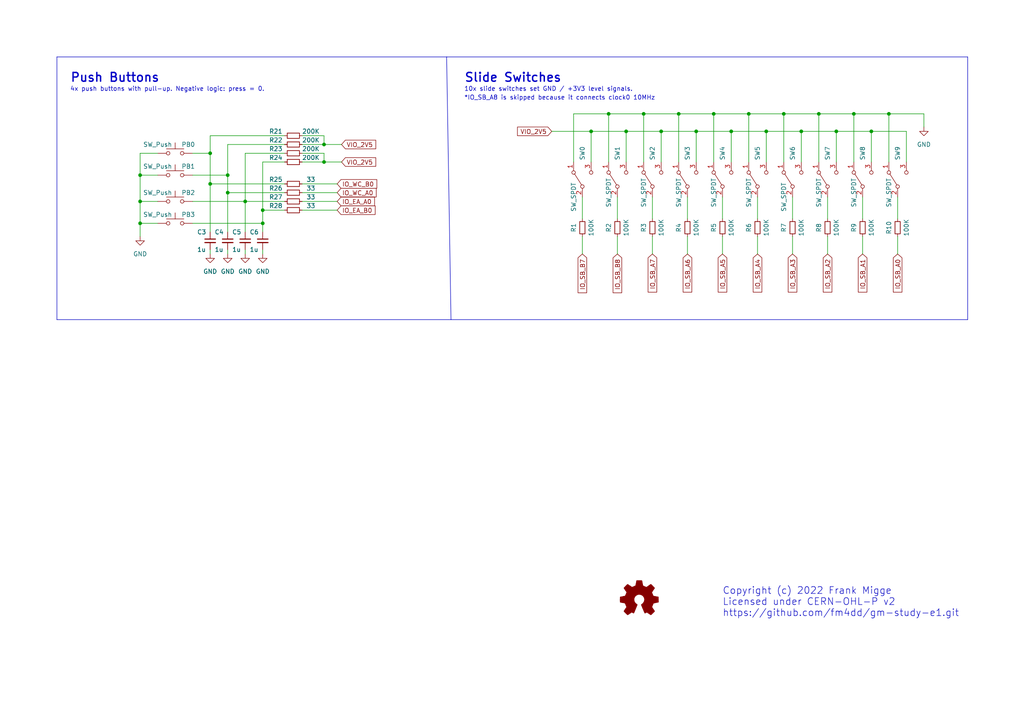
<source format=kicad_sch>
(kicad_sch (version 20230121) (generator eeschema)

  (uuid fb621946-f6c2-406d-a0f8-6ffa316208a7)

  (paper "A4")

  (title_block
    (title "GateMate E1 Study Board - Input Signals")
    (date "2023-03-25")
  )

  (lib_symbols
    (symbol "Device:C_Small" (pin_numbers hide) (pin_names (offset 0.254) hide) (in_bom yes) (on_board yes)
      (property "Reference" "C" (at 0.254 1.778 0)
        (effects (font (size 1.27 1.27)) (justify left))
      )
      (property "Value" "C_Small" (at 0.254 -2.032 0)
        (effects (font (size 1.27 1.27)) (justify left))
      )
      (property "Footprint" "" (at 0 0 0)
        (effects (font (size 1.27 1.27)) hide)
      )
      (property "Datasheet" "~" (at 0 0 0)
        (effects (font (size 1.27 1.27)) hide)
      )
      (property "ki_keywords" "capacitor cap" (at 0 0 0)
        (effects (font (size 1.27 1.27)) hide)
      )
      (property "ki_description" "Unpolarized capacitor, small symbol" (at 0 0 0)
        (effects (font (size 1.27 1.27)) hide)
      )
      (property "ki_fp_filters" "C_*" (at 0 0 0)
        (effects (font (size 1.27 1.27)) hide)
      )
      (symbol "C_Small_0_1"
        (polyline
          (pts
            (xy -1.524 -0.508)
            (xy 1.524 -0.508)
          )
          (stroke (width 0.3302) (type default))
          (fill (type none))
        )
        (polyline
          (pts
            (xy -1.524 0.508)
            (xy 1.524 0.508)
          )
          (stroke (width 0.3048) (type default))
          (fill (type none))
        )
      )
      (symbol "C_Small_1_1"
        (pin passive line (at 0 2.54 270) (length 2.032)
          (name "~" (effects (font (size 1.27 1.27))))
          (number "1" (effects (font (size 1.27 1.27))))
        )
        (pin passive line (at 0 -2.54 90) (length 2.032)
          (name "~" (effects (font (size 1.27 1.27))))
          (number "2" (effects (font (size 1.27 1.27))))
        )
      )
    )
    (symbol "Device:R_Small" (pin_numbers hide) (pin_names (offset 0.254) hide) (in_bom yes) (on_board yes)
      (property "Reference" "R" (at 0.762 0.508 0)
        (effects (font (size 1.27 1.27)) (justify left))
      )
      (property "Value" "R_Small" (at 0.762 -1.016 0)
        (effects (font (size 1.27 1.27)) (justify left))
      )
      (property "Footprint" "" (at 0 0 0)
        (effects (font (size 1.27 1.27)) hide)
      )
      (property "Datasheet" "~" (at 0 0 0)
        (effects (font (size 1.27 1.27)) hide)
      )
      (property "ki_keywords" "R resistor" (at 0 0 0)
        (effects (font (size 1.27 1.27)) hide)
      )
      (property "ki_description" "Resistor, small symbol" (at 0 0 0)
        (effects (font (size 1.27 1.27)) hide)
      )
      (property "ki_fp_filters" "R_*" (at 0 0 0)
        (effects (font (size 1.27 1.27)) hide)
      )
      (symbol "R_Small_0_1"
        (rectangle (start -0.762 1.778) (end 0.762 -1.778)
          (stroke (width 0.2032) (type default))
          (fill (type none))
        )
      )
      (symbol "R_Small_1_1"
        (pin passive line (at 0 2.54 270) (length 0.762)
          (name "~" (effects (font (size 1.27 1.27))))
          (number "1" (effects (font (size 1.27 1.27))))
        )
        (pin passive line (at 0 -2.54 90) (length 0.762)
          (name "~" (effects (font (size 1.27 1.27))))
          (number "2" (effects (font (size 1.27 1.27))))
        )
      )
    )
    (symbol "Graphic:Logo_Open_Hardware_Small" (pin_names (offset 1.016)) (in_bom yes) (on_board yes)
      (property "Reference" "#LOGO" (at 0 6.985 0)
        (effects (font (size 1.27 1.27)) hide)
      )
      (property "Value" "Logo_Open_Hardware_Small" (at 0 -5.715 0)
        (effects (font (size 1.27 1.27)) hide)
      )
      (property "Footprint" "" (at 0 0 0)
        (effects (font (size 1.27 1.27)) hide)
      )
      (property "Datasheet" "~" (at 0 0 0)
        (effects (font (size 1.27 1.27)) hide)
      )
      (property "ki_keywords" "Logo" (at 0 0 0)
        (effects (font (size 1.27 1.27)) hide)
      )
      (property "ki_description" "Open Hardware logo, small" (at 0 0 0)
        (effects (font (size 1.27 1.27)) hide)
      )
      (symbol "Logo_Open_Hardware_Small_0_1"
        (polyline
          (pts
            (xy 3.3528 -4.3434)
            (xy 3.302 -4.318)
            (xy 3.175 -4.2418)
            (xy 2.9972 -4.1148)
            (xy 2.7686 -3.9624)
            (xy 2.54 -3.81)
            (xy 2.3622 -3.7084)
            (xy 2.2352 -3.6068)
            (xy 2.1844 -3.5814)
            (xy 2.159 -3.6068)
            (xy 2.0574 -3.6576)
            (xy 1.905 -3.7338)
            (xy 1.8034 -3.7846)
            (xy 1.6764 -3.8354)
            (xy 1.6002 -3.8354)
            (xy 1.6002 -3.8354)
            (xy 1.5494 -3.7338)
            (xy 1.4732 -3.5306)
            (xy 1.3462 -3.302)
            (xy 1.2446 -3.0226)
            (xy 1.1176 -2.7178)
            (xy 0.9652 -2.413)
            (xy 0.8636 -2.1082)
            (xy 0.7366 -1.8288)
            (xy 0.6604 -1.6256)
            (xy 0.6096 -1.4732)
            (xy 0.5842 -1.397)
            (xy 0.5842 -1.397)
            (xy 0.6604 -1.3208)
            (xy 0.7874 -1.2446)
            (xy 1.0414 -1.016)
            (xy 1.2954 -0.6858)
            (xy 1.4478 -0.3302)
            (xy 1.524 0.0762)
            (xy 1.4732 0.4572)
            (xy 1.3208 0.8128)
            (xy 1.0668 1.143)
            (xy 0.762 1.3716)
            (xy 0.4064 1.524)
            (xy 0 1.5748)
            (xy -0.381 1.5494)
            (xy -0.7366 1.397)
            (xy -1.0668 1.143)
            (xy -1.2192 0.9906)
            (xy -1.397 0.6604)
            (xy -1.524 0.3048)
            (xy -1.524 0.2286)
            (xy -1.4986 -0.1778)
            (xy -1.397 -0.5334)
            (xy -1.1938 -0.8636)
            (xy -0.9144 -1.143)
            (xy -0.8636 -1.1684)
            (xy -0.7366 -1.27)
            (xy -0.635 -1.3462)
            (xy -0.5842 -1.397)
            (xy -1.0668 -2.5908)
            (xy -1.143 -2.794)
            (xy -1.2954 -3.1242)
            (xy -1.397 -3.4036)
            (xy -1.4986 -3.6322)
            (xy -1.5748 -3.7846)
            (xy -1.6002 -3.8354)
            (xy -1.6002 -3.8354)
            (xy -1.651 -3.8354)
            (xy -1.7272 -3.81)
            (xy -1.905 -3.7338)
            (xy -2.0066 -3.683)
            (xy -2.1336 -3.6068)
            (xy -2.2098 -3.5814)
            (xy -2.2606 -3.6068)
            (xy -2.3622 -3.683)
            (xy -2.54 -3.81)
            (xy -2.7686 -3.9624)
            (xy -2.9718 -4.0894)
            (xy -3.1496 -4.2164)
            (xy -3.302 -4.318)
            (xy -3.3528 -4.3434)
            (xy -3.3782 -4.3434)
            (xy -3.429 -4.318)
            (xy -3.5306 -4.2164)
            (xy -3.7084 -4.064)
            (xy -3.937 -3.8354)
            (xy -3.9624 -3.81)
            (xy -4.1656 -3.6068)
            (xy -4.318 -3.4544)
            (xy -4.4196 -3.3274)
            (xy -4.445 -3.2766)
            (xy -4.445 -3.2766)
            (xy -4.4196 -3.2258)
            (xy -4.318 -3.0734)
            (xy -4.2164 -2.8956)
            (xy -4.064 -2.667)
            (xy -3.6576 -2.0828)
            (xy -3.8862 -1.5494)
            (xy -3.937 -1.3716)
            (xy -4.0386 -1.1684)
            (xy -4.0894 -1.0414)
            (xy -4.1148 -0.9652)
            (xy -4.191 -0.9398)
            (xy -4.318 -0.9144)
            (xy -4.5466 -0.8636)
            (xy -4.8006 -0.8128)
            (xy -5.0546 -0.7874)
            (xy -5.2578 -0.7366)
            (xy -5.4356 -0.7112)
            (xy -5.5118 -0.6858)
            (xy -5.5118 -0.6858)
            (xy -5.5372 -0.635)
            (xy -5.5372 -0.5588)
            (xy -5.5372 -0.4318)
            (xy -5.5626 -0.2286)
            (xy -5.5626 0.0762)
            (xy -5.5626 0.127)
            (xy -5.5372 0.4064)
            (xy -5.5372 0.635)
            (xy -5.5372 0.762)
            (xy -5.5372 0.8382)
            (xy -5.5372 0.8382)
            (xy -5.461 0.8382)
            (xy -5.3086 0.889)
            (xy -5.08 0.9144)
            (xy -4.826 0.9652)
            (xy -4.8006 0.9906)
            (xy -4.5466 1.0414)
            (xy -4.318 1.0668)
            (xy -4.1656 1.1176)
            (xy -4.0894 1.143)
            (xy -4.0894 1.143)
            (xy -4.0386 1.2446)
            (xy -3.9624 1.4224)
            (xy -3.8608 1.6256)
            (xy -3.7846 1.8288)
            (xy -3.7084 2.0066)
            (xy -3.6576 2.159)
            (xy -3.6322 2.2098)
            (xy -3.6322 2.2098)
            (xy -3.683 2.286)
            (xy -3.7592 2.413)
            (xy -3.8862 2.5908)
            (xy -4.064 2.8194)
            (xy -4.064 2.8448)
            (xy -4.2164 3.0734)
            (xy -4.3434 3.2512)
            (xy -4.4196 3.3782)
            (xy -4.445 3.4544)
            (xy -4.445 3.4544)
            (xy -4.3942 3.5052)
            (xy -4.2926 3.6322)
            (xy -4.1148 3.81)
            (xy -3.937 4.0132)
            (xy -3.8608 4.064)
            (xy -3.6576 4.2926)
            (xy -3.5052 4.4196)
            (xy -3.4036 4.4958)
            (xy -3.3528 4.5212)
            (xy -3.3528 4.5212)
            (xy -3.302 4.4704)
            (xy -3.1496 4.3688)
            (xy -2.9718 4.2418)
            (xy -2.7432 4.0894)
            (xy -2.7178 4.0894)
            (xy -2.4892 3.937)
            (xy -2.3114 3.81)
            (xy -2.1844 3.7084)
            (xy -2.1336 3.683)
            (xy -2.1082 3.683)
            (xy -2.032 3.7084)
            (xy -1.8542 3.7592)
            (xy -1.6764 3.8354)
            (xy -1.4732 3.937)
            (xy -1.27 4.0132)
            (xy -1.143 4.064)
            (xy -1.0668 4.1148)
            (xy -1.0668 4.1148)
            (xy -1.0414 4.191)
            (xy -1.016 4.3434)
            (xy -0.9652 4.572)
            (xy -0.9144 4.8514)
            (xy -0.889 4.9022)
            (xy -0.8382 5.1562)
            (xy -0.8128 5.3848)
            (xy -0.7874 5.5372)
            (xy -0.762 5.588)
            (xy -0.7112 5.6134)
            (xy -0.5842 5.6134)
            (xy -0.4064 5.6134)
            (xy -0.1524 5.6134)
            (xy 0.0762 5.6134)
            (xy 0.3302 5.6134)
            (xy 0.5334 5.6134)
            (xy 0.6858 5.588)
            (xy 0.7366 5.588)
            (xy 0.7366 5.588)
            (xy 0.762 5.5118)
            (xy 0.8128 5.334)
            (xy 0.8382 5.1054)
            (xy 0.9144 4.826)
            (xy 0.9144 4.7752)
            (xy 0.9652 4.5212)
            (xy 1.016 4.2926)
            (xy 1.0414 4.1402)
            (xy 1.0668 4.0894)
            (xy 1.0668 4.0894)
            (xy 1.1938 4.0386)
            (xy 1.3716 3.9624)
            (xy 1.5748 3.8608)
            (xy 2.0828 3.6576)
            (xy 2.7178 4.0894)
            (xy 2.7686 4.1402)
            (xy 2.9972 4.2926)
            (xy 3.175 4.4196)
            (xy 3.302 4.4958)
            (xy 3.3782 4.5212)
            (xy 3.3782 4.5212)
            (xy 3.429 4.4704)
            (xy 3.556 4.3434)
            (xy 3.7338 4.191)
            (xy 3.9116 3.9878)
            (xy 4.064 3.8354)
            (xy 4.2418 3.6576)
            (xy 4.3434 3.556)
            (xy 4.4196 3.4798)
            (xy 4.4196 3.429)
            (xy 4.4196 3.4036)
            (xy 4.3942 3.3274)
            (xy 4.2926 3.2004)
            (xy 4.1656 2.9972)
            (xy 4.0132 2.794)
            (xy 3.8862 2.5908)
            (xy 3.7592 2.3876)
            (xy 3.6576 2.2352)
            (xy 3.6322 2.159)
            (xy 3.6322 2.1336)
            (xy 3.683 2.0066)
            (xy 3.7592 1.8288)
            (xy 3.8608 1.6002)
            (xy 4.064 1.1176)
            (xy 4.3942 1.0414)
            (xy 4.5974 1.016)
            (xy 4.8768 0.9652)
            (xy 5.1308 0.9144)
            (xy 5.5372 0.8382)
            (xy 5.5626 -0.6604)
            (xy 5.4864 -0.6858)
            (xy 5.4356 -0.6858)
            (xy 5.2832 -0.7366)
            (xy 5.0546 -0.762)
            (xy 4.8006 -0.8128)
            (xy 4.5974 -0.8636)
            (xy 4.3688 -0.9144)
            (xy 4.2164 -0.9398)
            (xy 4.1402 -0.9398)
            (xy 4.1148 -0.9652)
            (xy 4.064 -1.0668)
            (xy 3.9878 -1.2446)
            (xy 3.9116 -1.4478)
            (xy 3.81 -1.651)
            (xy 3.7338 -1.8542)
            (xy 3.683 -2.0066)
            (xy 3.6576 -2.0828)
            (xy 3.683 -2.1336)
            (xy 3.7846 -2.2606)
            (xy 3.8862 -2.4638)
            (xy 4.0386 -2.667)
            (xy 4.191 -2.8956)
            (xy 4.318 -3.0734)
            (xy 4.3942 -3.2004)
            (xy 4.445 -3.2766)
            (xy 4.4196 -3.3274)
            (xy 4.3434 -3.429)
            (xy 4.1656 -3.5814)
            (xy 3.937 -3.8354)
            (xy 3.8862 -3.8608)
            (xy 3.683 -4.064)
            (xy 3.5306 -4.2164)
            (xy 3.4036 -4.318)
            (xy 3.3528 -4.3434)
          )
          (stroke (width 0) (type default))
          (fill (type outline))
        )
      )
    )
    (symbol "Switch:SW_Push" (pin_numbers hide) (pin_names (offset 1.016) hide) (in_bom yes) (on_board yes)
      (property "Reference" "SW" (at 1.27 2.54 0)
        (effects (font (size 1.27 1.27)) (justify left))
      )
      (property "Value" "SW_Push" (at 0 -1.524 0)
        (effects (font (size 1.27 1.27)))
      )
      (property "Footprint" "" (at 0 5.08 0)
        (effects (font (size 1.27 1.27)) hide)
      )
      (property "Datasheet" "~" (at 0 5.08 0)
        (effects (font (size 1.27 1.27)) hide)
      )
      (property "ki_keywords" "switch normally-open pushbutton push-button" (at 0 0 0)
        (effects (font (size 1.27 1.27)) hide)
      )
      (property "ki_description" "Push button switch, generic, two pins" (at 0 0 0)
        (effects (font (size 1.27 1.27)) hide)
      )
      (symbol "SW_Push_0_1"
        (circle (center -2.032 0) (radius 0.508)
          (stroke (width 0) (type default))
          (fill (type none))
        )
        (polyline
          (pts
            (xy 0 1.27)
            (xy 0 3.048)
          )
          (stroke (width 0) (type default))
          (fill (type none))
        )
        (polyline
          (pts
            (xy 2.54 1.27)
            (xy -2.54 1.27)
          )
          (stroke (width 0) (type default))
          (fill (type none))
        )
        (circle (center 2.032 0) (radius 0.508)
          (stroke (width 0) (type default))
          (fill (type none))
        )
        (pin passive line (at -5.08 0 0) (length 2.54)
          (name "1" (effects (font (size 1.27 1.27))))
          (number "1" (effects (font (size 1.27 1.27))))
        )
        (pin passive line (at 5.08 0 180) (length 2.54)
          (name "2" (effects (font (size 1.27 1.27))))
          (number "2" (effects (font (size 1.27 1.27))))
        )
      )
    )
    (symbol "Switch:SW_SPDT" (pin_names (offset 0) hide) (in_bom yes) (on_board yes)
      (property "Reference" "SW" (at 0 4.318 0)
        (effects (font (size 1.27 1.27)))
      )
      (property "Value" "SW_SPDT" (at 0 -5.08 0)
        (effects (font (size 1.27 1.27)))
      )
      (property "Footprint" "" (at 0 0 0)
        (effects (font (size 1.27 1.27)) hide)
      )
      (property "Datasheet" "~" (at 0 0 0)
        (effects (font (size 1.27 1.27)) hide)
      )
      (property "ki_keywords" "switch single-pole double-throw spdt ON-ON" (at 0 0 0)
        (effects (font (size 1.27 1.27)) hide)
      )
      (property "ki_description" "Switch, single pole double throw" (at 0 0 0)
        (effects (font (size 1.27 1.27)) hide)
      )
      (symbol "SW_SPDT_0_0"
        (circle (center -2.032 0) (radius 0.508)
          (stroke (width 0) (type default))
          (fill (type none))
        )
        (circle (center 2.032 -2.54) (radius 0.508)
          (stroke (width 0) (type default))
          (fill (type none))
        )
      )
      (symbol "SW_SPDT_0_1"
        (polyline
          (pts
            (xy -1.524 0.254)
            (xy 1.651 2.286)
          )
          (stroke (width 0) (type default))
          (fill (type none))
        )
        (circle (center 2.032 2.54) (radius 0.508)
          (stroke (width 0) (type default))
          (fill (type none))
        )
      )
      (symbol "SW_SPDT_1_1"
        (pin passive line (at 5.08 2.54 180) (length 2.54)
          (name "A" (effects (font (size 1.27 1.27))))
          (number "1" (effects (font (size 1.27 1.27))))
        )
        (pin passive line (at -5.08 0 0) (length 2.54)
          (name "B" (effects (font (size 1.27 1.27))))
          (number "2" (effects (font (size 1.27 1.27))))
        )
        (pin passive line (at 5.08 -2.54 180) (length 2.54)
          (name "C" (effects (font (size 1.27 1.27))))
          (number "3" (effects (font (size 1.27 1.27))))
        )
      )
    )
    (symbol "power:GND" (power) (pin_names (offset 0)) (in_bom yes) (on_board yes)
      (property "Reference" "#PWR" (at 0 -6.35 0)
        (effects (font (size 1.27 1.27)) hide)
      )
      (property "Value" "GND" (at 0 -3.81 0)
        (effects (font (size 1.27 1.27)))
      )
      (property "Footprint" "" (at 0 0 0)
        (effects (font (size 1.27 1.27)) hide)
      )
      (property "Datasheet" "" (at 0 0 0)
        (effects (font (size 1.27 1.27)) hide)
      )
      (property "ki_keywords" "power-flag" (at 0 0 0)
        (effects (font (size 1.27 1.27)) hide)
      )
      (property "ki_description" "Power symbol creates a global label with name \"GND\" , ground" (at 0 0 0)
        (effects (font (size 1.27 1.27)) hide)
      )
      (symbol "GND_0_1"
        (polyline
          (pts
            (xy 0 0)
            (xy 0 -1.27)
            (xy 1.27 -1.27)
            (xy 0 -2.54)
            (xy -1.27 -1.27)
            (xy 0 -1.27)
          )
          (stroke (width 0) (type default))
          (fill (type none))
        )
      )
      (symbol "GND_1_1"
        (pin power_in line (at 0 0 270) (length 0) hide
          (name "GND" (effects (font (size 1.27 1.27))))
          (number "1" (effects (font (size 1.27 1.27))))
        )
      )
    )
  )

  (junction (at 60.96 53.34) (diameter 0) (color 0 0 0 0)
    (uuid 0f4e2f53-13ea-4506-a1d7-d68029042708)
  )
  (junction (at 191.77 38.1) (diameter 0) (color 0 0 0 0)
    (uuid 196d2d1f-fd58-46b2-bc7f-1f24149c7913)
  )
  (junction (at 40.64 58.42) (diameter 0) (color 0 0 0 0)
    (uuid 1d954d7a-9b30-42d7-8da9-ebb2dbfff363)
  )
  (junction (at 186.69 33.02) (diameter 0) (color 0 0 0 0)
    (uuid 20a3f8f2-d752-474c-b46f-133b36e1243d)
  )
  (junction (at 93.98 41.91) (diameter 0) (color 0 0 0 0)
    (uuid 232782cf-1aa5-4821-a900-eb6bb3d31db4)
  )
  (junction (at 207.01 33.02) (diameter 0) (color 0 0 0 0)
    (uuid 40c3c219-8b48-4261-a557-25f2811e7866)
  )
  (junction (at 242.57 38.1) (diameter 0) (color 0 0 0 0)
    (uuid 740593a8-0832-4f06-8743-333d3c71d7f4)
  )
  (junction (at 196.85 33.02) (diameter 0) (color 0 0 0 0)
    (uuid 77fab900-f17c-4f3a-ab0e-2b632e4bbbd2)
  )
  (junction (at 66.04 50.8) (diameter 0) (color 0 0 0 0)
    (uuid 82e37004-ccac-4ab7-8357-3317f37bd09b)
  )
  (junction (at 93.98 46.99) (diameter 0) (color 0 0 0 0)
    (uuid 91630a59-7501-4061-8290-810e57d04fa9)
  )
  (junction (at 40.64 50.8) (diameter 0) (color 0 0 0 0)
    (uuid 94b98350-094e-438f-b591-3edc7f13ccb0)
  )
  (junction (at 181.61 38.1) (diameter 0) (color 0 0 0 0)
    (uuid 99274416-bbc1-4883-8e98-88b650eb433a)
  )
  (junction (at 76.2 60.96) (diameter 0) (color 0 0 0 0)
    (uuid 9ac612d4-46bb-4ea8-94e4-59e60a69749b)
  )
  (junction (at 76.2 64.77) (diameter 0) (color 0 0 0 0)
    (uuid 9b624468-8fb6-4af0-8d69-1c2ff316ec55)
  )
  (junction (at 217.17 33.02) (diameter 0) (color 0 0 0 0)
    (uuid a47241ee-fa63-4a61-9555-8ec1736faf6f)
  )
  (junction (at 237.49 33.02) (diameter 0) (color 0 0 0 0)
    (uuid a539df3c-1a69-4691-9b2a-2ebbf5d92a7a)
  )
  (junction (at 222.25 38.1) (diameter 0) (color 0 0 0 0)
    (uuid ab3c5a9f-6864-4da5-8771-71eb7002fa08)
  )
  (junction (at 257.81 33.02) (diameter 0) (color 0 0 0 0)
    (uuid adcc9402-9391-4a6d-8c6c-a1b922afd196)
  )
  (junction (at 227.33 33.02) (diameter 0) (color 0 0 0 0)
    (uuid af90832b-19c7-4ca0-a131-2d7afafb604d)
  )
  (junction (at 212.09 38.1) (diameter 0) (color 0 0 0 0)
    (uuid b1460b93-9bd6-4ab1-9863-4d2ad476b173)
  )
  (junction (at 60.96 44.45) (diameter 0) (color 0 0 0 0)
    (uuid b58f252f-bdaa-4e88-ab3b-1570154d4827)
  )
  (junction (at 71.12 58.42) (diameter 0) (color 0 0 0 0)
    (uuid bc9c1f45-0823-458e-a189-4e3d5221a8c2)
  )
  (junction (at 40.64 64.77) (diameter 0) (color 0 0 0 0)
    (uuid c3b268cf-7317-4486-bce9-52572ae9ac75)
  )
  (junction (at 247.65 33.02) (diameter 0) (color 0 0 0 0)
    (uuid d24bf017-0e08-43e0-9dd8-2212f0937fcb)
  )
  (junction (at 176.53 33.02) (diameter 0) (color 0 0 0 0)
    (uuid d8c50088-ab60-469f-81d6-e47b8595e3c1)
  )
  (junction (at 232.41 38.1) (diameter 0) (color 0 0 0 0)
    (uuid d910040e-73f1-4797-95aa-73e0354be409)
  )
  (junction (at 252.73 38.1) (diameter 0) (color 0 0 0 0)
    (uuid d9eba1d4-d7a6-41d9-9f29-fbba47625610)
  )
  (junction (at 171.45 38.1) (diameter 0) (color 0 0 0 0)
    (uuid e2286726-50db-4045-8d79-90128db84cf7)
  )
  (junction (at 66.04 55.88) (diameter 0) (color 0 0 0 0)
    (uuid e93666b6-94d8-4a3a-8ce1-9a3b46cd8a72)
  )
  (junction (at 201.93 38.1) (diameter 0) (color 0 0 0 0)
    (uuid efe7b89e-fc4e-47ff-887c-59af5668e8a3)
  )

  (wire (pts (xy 227.33 46.99) (xy 227.33 33.02))
    (stroke (width 0) (type default))
    (uuid 02b462d6-a54c-4254-b225-c39a5144377f)
  )
  (wire (pts (xy 267.97 33.02) (xy 267.97 36.83))
    (stroke (width 0) (type default))
    (uuid 033351cf-5b2b-4b99-9057-fb24acacda65)
  )
  (wire (pts (xy 99.06 46.99) (xy 93.98 46.99))
    (stroke (width 0) (type default))
    (uuid 09690aee-03bd-4fa4-b87a-d19a1d69f8f9)
  )
  (wire (pts (xy 196.85 46.99) (xy 196.85 33.02))
    (stroke (width 0) (type default))
    (uuid 097ad904-3dcd-495b-b938-a239ec76fbe6)
  )
  (wire (pts (xy 99.06 41.91) (xy 93.98 41.91))
    (stroke (width 0) (type default))
    (uuid 0a349163-b362-4a85-8074-19cb73436e57)
  )
  (wire (pts (xy 222.25 46.99) (xy 222.25 38.1))
    (stroke (width 0) (type default))
    (uuid 0a709c6e-4cbb-4724-8a3d-de680f26af03)
  )
  (wire (pts (xy 207.01 46.99) (xy 207.01 33.02))
    (stroke (width 0) (type default))
    (uuid 0a979c8c-c241-433f-8d1c-5b3025e4625d)
  )
  (wire (pts (xy 55.88 44.45) (xy 60.96 44.45))
    (stroke (width 0) (type default))
    (uuid 0af6ac1c-bb8a-4cef-8760-162fbe49d1eb)
  )
  (wire (pts (xy 66.04 41.91) (xy 82.55 41.91))
    (stroke (width 0) (type default))
    (uuid 0b247a34-fbc9-4622-a574-efc80b2ed517)
  )
  (wire (pts (xy 60.96 44.45) (xy 60.96 39.37))
    (stroke (width 0) (type default))
    (uuid 0b743e80-1ab8-4c24-b4c7-3ad0cf3a946e)
  )
  (wire (pts (xy 242.57 46.99) (xy 242.57 38.1))
    (stroke (width 0) (type default))
    (uuid 0b7f18d5-cc69-430b-ad32-4ec9d16ee3ba)
  )
  (wire (pts (xy 87.63 60.96) (xy 97.79 60.96))
    (stroke (width 0) (type default))
    (uuid 0c708ea2-4497-470f-b4f9-ab3cfb9b8bde)
  )
  (wire (pts (xy 87.63 39.37) (xy 93.98 39.37))
    (stroke (width 0) (type default))
    (uuid 0ed1220a-5546-4fc8-9567-2ab20d6babb5)
  )
  (wire (pts (xy 71.12 58.42) (xy 82.55 58.42))
    (stroke (width 0) (type default))
    (uuid 12577780-159b-40c0-90fe-c59836834836)
  )
  (wire (pts (xy 71.12 58.42) (xy 71.12 67.31))
    (stroke (width 0) (type default))
    (uuid 25758ee5-5201-4c22-a564-7c8729231727)
  )
  (wire (pts (xy 71.12 44.45) (xy 82.55 44.45))
    (stroke (width 0) (type default))
    (uuid 25f5e511-83ec-455d-9848-5cf2e5faa747)
  )
  (polyline (pts (xy 130.81 92.71) (xy 280.67 92.71))
    (stroke (width 0) (type default))
    (uuid 264dd8a6-eabb-4991-b09a-91743e343447)
  )

  (wire (pts (xy 250.19 73.66) (xy 250.19 68.58))
    (stroke (width 0) (type default))
    (uuid 2b2d86bd-9bd5-4530-9d54-2ee0cb647a78)
  )
  (wire (pts (xy 87.63 44.45) (xy 93.98 44.45))
    (stroke (width 0) (type default))
    (uuid 2da31e43-a316-44c7-a75c-99949cb1d569)
  )
  (wire (pts (xy 191.77 38.1) (xy 181.61 38.1))
    (stroke (width 0) (type default))
    (uuid 2ffaf566-f50e-4790-a454-dca8fd1ae773)
  )
  (wire (pts (xy 71.12 44.45) (xy 71.12 58.42))
    (stroke (width 0) (type default))
    (uuid 31a3a8a7-e95d-4609-b0c1-3935f22bc500)
  )
  (wire (pts (xy 237.49 46.99) (xy 237.49 33.02))
    (stroke (width 0) (type default))
    (uuid 33d1f7b9-d903-4734-be12-f18b6c4d8b20)
  )
  (wire (pts (xy 166.37 46.99) (xy 166.37 33.02))
    (stroke (width 0) (type default))
    (uuid 34fba47b-0130-47ea-bcb3-1ca6ae452886)
  )
  (polyline (pts (xy 16.51 92.71) (xy 16.51 16.51))
    (stroke (width 0) (type default))
    (uuid 35d191e1-a975-47ad-85b1-ba0b264148d2)
  )

  (wire (pts (xy 252.73 46.99) (xy 252.73 38.1))
    (stroke (width 0) (type default))
    (uuid 380cc328-8653-47b3-a71a-8546007517d7)
  )
  (wire (pts (xy 60.96 44.45) (xy 60.96 53.34))
    (stroke (width 0) (type default))
    (uuid 3813c183-97dd-4266-bad6-3fe23be52771)
  )
  (wire (pts (xy 201.93 38.1) (xy 191.77 38.1))
    (stroke (width 0) (type default))
    (uuid 3af7181f-810d-4c5b-8798-8e262b13db2d)
  )
  (wire (pts (xy 229.87 73.66) (xy 229.87 68.58))
    (stroke (width 0) (type default))
    (uuid 3b2520fb-4b65-41d1-94e4-3b4dd8fb41b3)
  )
  (wire (pts (xy 76.2 60.96) (xy 76.2 64.77))
    (stroke (width 0) (type default))
    (uuid 3be0cd4c-d0b3-4d37-a3d9-6b3cc8a34c1c)
  )
  (wire (pts (xy 260.35 73.66) (xy 260.35 68.58))
    (stroke (width 0) (type default))
    (uuid 3be86138-b271-4bf3-8dec-b91710b2d0de)
  )
  (wire (pts (xy 237.49 33.02) (xy 247.65 33.02))
    (stroke (width 0) (type default))
    (uuid 3f080285-79cf-450b-b8b1-e064e36fb8f3)
  )
  (wire (pts (xy 55.88 58.42) (xy 71.12 58.42))
    (stroke (width 0) (type default))
    (uuid 41d95927-3169-42c4-ac27-ab80845413f7)
  )
  (wire (pts (xy 176.53 46.99) (xy 176.53 33.02))
    (stroke (width 0) (type default))
    (uuid 4256ae79-8784-4ea3-b1b2-c1de4685bbc1)
  )
  (polyline (pts (xy 16.51 92.71) (xy 130.81 92.71))
    (stroke (width 0) (type default))
    (uuid 433109a2-7db7-4d16-a387-21d8f7af5098)
  )

  (wire (pts (xy 40.64 64.77) (xy 45.72 64.77))
    (stroke (width 0) (type default))
    (uuid 441909e5-368d-42e3-ba4b-5779779abef1)
  )
  (wire (pts (xy 250.19 63.5) (xy 250.19 57.15))
    (stroke (width 0) (type default))
    (uuid 4a9d29a8-2121-42df-91e8-71ee9546379f)
  )
  (wire (pts (xy 219.71 73.66) (xy 219.71 68.58))
    (stroke (width 0) (type default))
    (uuid 4d5a13c8-7c5f-484a-9b58-d35e51671d1b)
  )
  (wire (pts (xy 201.93 46.99) (xy 201.93 38.1))
    (stroke (width 0) (type default))
    (uuid 4d81dd98-1c48-4f97-b195-5b3047fc5dc6)
  )
  (wire (pts (xy 247.65 33.02) (xy 257.81 33.02))
    (stroke (width 0) (type default))
    (uuid 4eb99d67-562b-482b-8d9f-a7bb23fa5c89)
  )
  (wire (pts (xy 199.39 63.5) (xy 199.39 57.15))
    (stroke (width 0) (type default))
    (uuid 4edd2484-dbca-4844-beaa-d3d39b510a3b)
  )
  (wire (pts (xy 179.07 63.5) (xy 179.07 57.15))
    (stroke (width 0) (type default))
    (uuid 52773c56-c2cc-447c-9734-3d4ca300b26e)
  )
  (wire (pts (xy 76.2 72.39) (xy 76.2 73.66))
    (stroke (width 0) (type default))
    (uuid 52c0af4d-422d-40c2-be31-a8f809db1b6d)
  )
  (wire (pts (xy 40.64 44.45) (xy 40.64 50.8))
    (stroke (width 0) (type default))
    (uuid 534604be-00d3-4101-b735-293bce9f7d86)
  )
  (wire (pts (xy 171.45 38.1) (xy 181.61 38.1))
    (stroke (width 0) (type default))
    (uuid 53eac999-c6ec-4ba3-8cd0-fda1b33f392d)
  )
  (wire (pts (xy 232.41 38.1) (xy 242.57 38.1))
    (stroke (width 0) (type default))
    (uuid 56033375-e9aa-4a8f-b565-cccf663b6a55)
  )
  (wire (pts (xy 247.65 46.99) (xy 247.65 33.02))
    (stroke (width 0) (type default))
    (uuid 5711ed2a-0d2e-4b05-aefc-353d36fe64a2)
  )
  (wire (pts (xy 87.63 53.34) (xy 97.79 53.34))
    (stroke (width 0) (type default))
    (uuid 5e03a1ad-693c-4927-9ba8-00f6d9e61912)
  )
  (wire (pts (xy 232.41 46.99) (xy 232.41 38.1))
    (stroke (width 0) (type default))
    (uuid 5efeac6a-195b-4b82-9c0c-387aee3591f7)
  )
  (wire (pts (xy 191.77 46.99) (xy 191.77 38.1))
    (stroke (width 0) (type default))
    (uuid 5fa70f05-2b7f-4d49-9405-19f2df3161f2)
  )
  (wire (pts (xy 229.87 63.5) (xy 229.87 57.15))
    (stroke (width 0) (type default))
    (uuid 6519ea01-9864-427d-a8a1-559e5f7f9a38)
  )
  (wire (pts (xy 262.89 38.1) (xy 252.73 38.1))
    (stroke (width 0) (type default))
    (uuid 6a2d4cc4-2386-40b4-95b1-3fe8af9221c8)
  )
  (wire (pts (xy 45.72 44.45) (xy 40.64 44.45))
    (stroke (width 0) (type default))
    (uuid 6dfd6bbe-a1eb-440c-92e6-0e6e58a716d8)
  )
  (wire (pts (xy 186.69 33.02) (xy 196.85 33.02))
    (stroke (width 0) (type default))
    (uuid 71fe19d0-0503-45b8-8de8-b09937aafe31)
  )
  (wire (pts (xy 196.85 33.02) (xy 207.01 33.02))
    (stroke (width 0) (type default))
    (uuid 7345ae6b-3136-4041-9743-ea31d27ce677)
  )
  (wire (pts (xy 55.88 50.8) (xy 66.04 50.8))
    (stroke (width 0) (type default))
    (uuid 773c5151-8769-4bc9-bd6a-578572f0ade8)
  )
  (wire (pts (xy 160.02 38.1) (xy 171.45 38.1))
    (stroke (width 0) (type default))
    (uuid 797a2498-b5c4-4adb-9dab-234dbb7bb713)
  )
  (polyline (pts (xy 280.67 92.71) (xy 280.67 16.51))
    (stroke (width 0) (type default))
    (uuid 7c36838b-4c96-4a2f-9475-86ca2394d8e7)
  )

  (wire (pts (xy 222.25 38.1) (xy 232.41 38.1))
    (stroke (width 0) (type default))
    (uuid 7e521be1-203c-4c9a-b46d-dc006ed63daf)
  )
  (wire (pts (xy 189.23 73.66) (xy 189.23 68.58))
    (stroke (width 0) (type default))
    (uuid 875c122f-afea-47ac-b5f5-aff37da668d0)
  )
  (wire (pts (xy 55.88 64.77) (xy 76.2 64.77))
    (stroke (width 0) (type default))
    (uuid 8ccdc926-609b-4b6f-9ee0-962b5e0d2cc8)
  )
  (wire (pts (xy 66.04 55.88) (xy 66.04 67.31))
    (stroke (width 0) (type default))
    (uuid 8dda02a0-d400-424b-98e9-9dd4ec04e1d0)
  )
  (wire (pts (xy 76.2 64.77) (xy 76.2 67.31))
    (stroke (width 0) (type default))
    (uuid 9200a88d-b4e5-44c8-83a0-896714050272)
  )
  (wire (pts (xy 87.63 58.42) (xy 97.79 58.42))
    (stroke (width 0) (type default))
    (uuid 9373ac67-e29f-45f3-a6da-11eabfa8ad79)
  )
  (wire (pts (xy 60.96 72.39) (xy 60.96 73.66))
    (stroke (width 0) (type default))
    (uuid 93cc4c20-5dde-4524-9d9b-1e777e6a21a3)
  )
  (wire (pts (xy 240.03 73.66) (xy 240.03 68.58))
    (stroke (width 0) (type default))
    (uuid 96390e81-b1db-4213-9c41-e971e21117ee)
  )
  (wire (pts (xy 40.64 50.8) (xy 40.64 58.42))
    (stroke (width 0) (type default))
    (uuid 966ae593-fdf1-4325-92ec-f38df0b5ca90)
  )
  (polyline (pts (xy 130.81 92.71) (xy 129.54 16.51))
    (stroke (width 0) (type default))
    (uuid 987994cb-5d50-4340-beef-37bc2875cb55)
  )

  (wire (pts (xy 76.2 60.96) (xy 82.55 60.96))
    (stroke (width 0) (type default))
    (uuid 9a5a7b3f-32e0-4bee-a120-df0367ebad91)
  )
  (wire (pts (xy 252.73 38.1) (xy 242.57 38.1))
    (stroke (width 0) (type default))
    (uuid 9ba9aa88-903c-4844-857a-1e72b4bad79c)
  )
  (wire (pts (xy 207.01 33.02) (xy 217.17 33.02))
    (stroke (width 0) (type default))
    (uuid a072fa80-d986-491c-bf05-4023082bcc9a)
  )
  (wire (pts (xy 60.96 53.34) (xy 60.96 67.31))
    (stroke (width 0) (type default))
    (uuid a0985084-ba6d-4eec-a166-439727d87ff7)
  )
  (wire (pts (xy 166.37 33.02) (xy 176.53 33.02))
    (stroke (width 0) (type default))
    (uuid a1fdc5c7-924d-46bf-b7da-057ab172085e)
  )
  (wire (pts (xy 66.04 55.88) (xy 82.55 55.88))
    (stroke (width 0) (type default))
    (uuid a4fe6b02-bc17-49a8-ac67-f0301be84756)
  )
  (wire (pts (xy 87.63 41.91) (xy 93.98 41.91))
    (stroke (width 0) (type default))
    (uuid a61121fb-2aff-4747-9e90-6602ab61f5ac)
  )
  (wire (pts (xy 257.81 46.99) (xy 257.81 33.02))
    (stroke (width 0) (type default))
    (uuid a8103246-d21a-4b54-bde5-f32014dfcb63)
  )
  (wire (pts (xy 179.07 73.66) (xy 179.07 68.58))
    (stroke (width 0) (type default))
    (uuid af699169-9941-4ff9-b2ac-824bef52907c)
  )
  (wire (pts (xy 60.96 53.34) (xy 82.55 53.34))
    (stroke (width 0) (type default))
    (uuid b2c03c75-53f6-4e62-bb8e-ccf26582a792)
  )
  (wire (pts (xy 87.63 55.88) (xy 97.79 55.88))
    (stroke (width 0) (type default))
    (uuid b625d170-2075-4835-b723-f90a3e1bf716)
  )
  (wire (pts (xy 93.98 46.99) (xy 93.98 44.45))
    (stroke (width 0) (type default))
    (uuid b782ab59-d14b-4e1c-b16d-d81f8faec5cb)
  )
  (wire (pts (xy 212.09 46.99) (xy 212.09 38.1))
    (stroke (width 0) (type default))
    (uuid b8723910-9d1e-4355-9651-9e0e450b6d63)
  )
  (wire (pts (xy 93.98 39.37) (xy 93.98 41.91))
    (stroke (width 0) (type default))
    (uuid bb7adf5a-6dd2-456b-8f6f-df3ebb68e1da)
  )
  (wire (pts (xy 219.71 63.5) (xy 219.71 57.15))
    (stroke (width 0) (type default))
    (uuid c32fe62a-1b6f-4cdd-9e44-944e32e4f1f0)
  )
  (wire (pts (xy 212.09 38.1) (xy 201.93 38.1))
    (stroke (width 0) (type default))
    (uuid c47483d6-c7f8-4228-ac05-3afbe7c0b04f)
  )
  (polyline (pts (xy 280.67 16.51) (xy 129.54 16.51))
    (stroke (width 0) (type default))
    (uuid c72ce65f-0360-49bf-bfb3-ecb794698b11)
  )

  (wire (pts (xy 40.64 58.42) (xy 40.64 64.77))
    (stroke (width 0) (type default))
    (uuid c8326fed-a809-403c-9d96-d90d395c1a0e)
  )
  (wire (pts (xy 189.23 63.5) (xy 189.23 57.15))
    (stroke (width 0) (type default))
    (uuid cd3b4896-b87f-424a-b013-aee12efffe28)
  )
  (wire (pts (xy 66.04 50.8) (xy 66.04 55.88))
    (stroke (width 0) (type default))
    (uuid cff84426-f7bb-4e4b-91a0-57214048f497)
  )
  (wire (pts (xy 168.91 63.5) (xy 168.91 57.15))
    (stroke (width 0) (type default))
    (uuid d04b2c8d-50af-46f1-9c19-3e87da6fb9f8)
  )
  (wire (pts (xy 76.2 46.99) (xy 76.2 60.96))
    (stroke (width 0) (type default))
    (uuid d08073d0-c07d-4257-8d24-beb1794c6208)
  )
  (wire (pts (xy 260.35 63.5) (xy 260.35 57.15))
    (stroke (width 0) (type default))
    (uuid d27711dc-c22a-402d-b941-73dba4322a62)
  )
  (wire (pts (xy 217.17 46.99) (xy 217.17 33.02))
    (stroke (width 0) (type default))
    (uuid d4a605c4-d4d1-400d-94bf-cba139d24e46)
  )
  (wire (pts (xy 171.45 46.99) (xy 171.45 38.1))
    (stroke (width 0) (type default))
    (uuid d4cc7c4b-1b1e-4c70-b157-e8ca08652bf0)
  )
  (wire (pts (xy 240.03 63.5) (xy 240.03 57.15))
    (stroke (width 0) (type default))
    (uuid dbda6c8a-6a3a-4283-9513-d14e36170452)
  )
  (wire (pts (xy 217.17 33.02) (xy 227.33 33.02))
    (stroke (width 0) (type default))
    (uuid dedcc71f-4579-4e0d-9f2f-7b8c58c2da63)
  )
  (wire (pts (xy 76.2 46.99) (xy 82.55 46.99))
    (stroke (width 0) (type default))
    (uuid df214f9f-5670-4c09-91b4-73a4d91ca7a6)
  )
  (wire (pts (xy 40.64 50.8) (xy 45.72 50.8))
    (stroke (width 0) (type default))
    (uuid df77ef22-5f28-4982-a91f-ff40ef2aefab)
  )
  (wire (pts (xy 66.04 41.91) (xy 66.04 50.8))
    (stroke (width 0) (type default))
    (uuid e37cfd37-6141-406b-a4bf-7285fbc4efd8)
  )
  (wire (pts (xy 71.12 72.39) (xy 71.12 73.66))
    (stroke (width 0) (type default))
    (uuid e37fcac7-244d-47f2-954e-39d2dc0177e6)
  )
  (wire (pts (xy 262.89 46.99) (xy 262.89 38.1))
    (stroke (width 0) (type default))
    (uuid e60e4f0c-80e3-4cab-87a1-96d08dcfdcd5)
  )
  (wire (pts (xy 181.61 46.99) (xy 181.61 38.1))
    (stroke (width 0) (type default))
    (uuid e877657c-ff9f-4a84-a01e-6414112e2943)
  )
  (wire (pts (xy 186.69 46.99) (xy 186.69 33.02))
    (stroke (width 0) (type default))
    (uuid e87cc323-984a-44a0-8f92-19153c4cfb71)
  )
  (wire (pts (xy 60.96 39.37) (xy 82.55 39.37))
    (stroke (width 0) (type default))
    (uuid e94f9ad3-ba49-42de-ac52-738f07bfe1e8)
  )
  (wire (pts (xy 87.63 46.99) (xy 93.98 46.99))
    (stroke (width 0) (type default))
    (uuid ea974310-cdc8-4933-b77c-14427417fdb4)
  )
  (wire (pts (xy 209.55 63.5) (xy 209.55 57.15))
    (stroke (width 0) (type default))
    (uuid ebba3baf-1001-43a8-b4a0-b49300516647)
  )
  (wire (pts (xy 176.53 33.02) (xy 186.69 33.02))
    (stroke (width 0) (type default))
    (uuid ecb4eab2-7e77-4026-b492-97556f3b33bf)
  )
  (wire (pts (xy 66.04 72.39) (xy 66.04 73.66))
    (stroke (width 0) (type default))
    (uuid edeef180-2408-435f-9515-c6223fe04dcd)
  )
  (wire (pts (xy 257.81 33.02) (xy 267.97 33.02))
    (stroke (width 0) (type default))
    (uuid eec12479-b970-43b8-aecb-e58f352b9520)
  )
  (wire (pts (xy 227.33 33.02) (xy 237.49 33.02))
    (stroke (width 0) (type default))
    (uuid ef163035-1ecb-4c20-a435-41f8cc2baac1)
  )
  (polyline (pts (xy 16.51 16.51) (xy 129.54 16.51))
    (stroke (width 0) (type default))
    (uuid ef641e80-4e10-49b0-9aba-9c0167ca0873)
  )

  (wire (pts (xy 40.64 64.77) (xy 40.64 68.58))
    (stroke (width 0) (type default))
    (uuid f026016f-daf8-4dbd-b054-87084b70dbd2)
  )
  (wire (pts (xy 209.55 73.66) (xy 209.55 68.58))
    (stroke (width 0) (type default))
    (uuid f43ad66f-663c-4bc7-a6f7-8e68db64700a)
  )
  (wire (pts (xy 199.39 73.66) (xy 199.39 68.58))
    (stroke (width 0) (type default))
    (uuid f5cc71b1-3a70-445b-a74c-87190d5e714d)
  )
  (wire (pts (xy 40.64 58.42) (xy 45.72 58.42))
    (stroke (width 0) (type default))
    (uuid f8887399-6d79-4bce-8743-4edb4244056a)
  )
  (wire (pts (xy 168.91 73.66) (xy 168.91 68.58))
    (stroke (width 0) (type default))
    (uuid fafe009a-f602-4fc8-8b6e-b573c7f1f6c2)
  )
  (wire (pts (xy 222.25 38.1) (xy 212.09 38.1))
    (stroke (width 0) (type default))
    (uuid ff21f1b5-610e-432b-a70b-a62f434b1024)
  )

  (text "Copyright (c) 2022 Frank Migge\nLicensed under CERN-OHL-P v2\nhttps://github.com/fm4dd/gm-study-e1.git"
    (at 209.55 179.07 0)
    (effects (font (size 2 2)) (justify left bottom))
    (uuid 1f75c99c-761b-4cb3-b6d4-eb8041734823)
  )
  (text "4x push buttons with pull-up. Negative logic: press = 0."
    (at 20.32 26.67 0)
    (effects (font (size 1.27 1.27)) (justify left bottom))
    (uuid 48124060-56b0-4efa-96f5-f7595ecab293)
  )
  (text "Push Buttons" (at 20.32 24.13 0)
    (effects (font (size 2.54 2.54) (thickness 0.4) bold) (justify left bottom))
    (uuid 5df98ad4-d560-42e2-b14d-e9c5ce187043)
  )
  (text "10x slide switches set GND / +3V3 level signals." (at 134.62 26.67 0)
    (effects (font (size 1.27 1.27)) (justify left bottom))
    (uuid 6aef697b-e4f9-429c-98a3-449a9c1ccac7)
  )
  (text "Slide Switches" (at 134.62 24.13 0)
    (effects (font (size 2.54 2.54) (thickness 0.4) bold) (justify left bottom))
    (uuid 6cb25d36-5b65-4aa9-a33a-d1fc46e6e868)
  )
  (text "*IO_SB_A8 is skipped because it connects clock0 10MHz"
    (at 134.62 29.21 0)
    (effects (font (size 1.27 1.27)) (justify left bottom))
    (uuid c589ff32-2580-48fa-835c-edddc1fa843d)
  )

  (global_label "IO_SB_B8" (shape input) (at 179.07 73.66 270) (fields_autoplaced)
    (effects (font (size 1.27 1.27)) (justify right))
    (uuid 0bd8b294-3191-45cb-9d92-7f403d336e04)
    (property "Intersheetrefs" "${INTERSHEET_REFS}" (at 178.9906 84.9026 90)
      (effects (font (size 1.27 1.27)) (justify right) hide)
    )
  )
  (global_label "IO_SB_A7" (shape input) (at 189.23 73.66 270) (fields_autoplaced)
    (effects (font (size 1.27 1.27)) (justify right))
    (uuid 22913c0d-2adf-445d-81fe-26d4e84ed1c2)
    (property "Intersheetrefs" "${INTERSHEET_REFS}" (at 189.1506 84.7212 90)
      (effects (font (size 1.27 1.27)) (justify right) hide)
    )
  )
  (global_label "IO_SB_A3" (shape input) (at 229.87 73.66 270) (fields_autoplaced)
    (effects (font (size 1.27 1.27)) (justify right))
    (uuid 2659d4fa-ca32-4b33-b362-1ad177c516a7)
    (property "Intersheetrefs" "${INTERSHEET_REFS}" (at 229.7906 84.7212 90)
      (effects (font (size 1.27 1.27)) (justify right) hide)
    )
  )
  (global_label "IO_EA_A0" (shape input) (at 97.79 58.42 0) (fields_autoplaced)
    (effects (font (size 1.27 1.27)) (justify left))
    (uuid 3a784aad-8621-475e-b7e9-8a661dec5f73)
    (property "Intersheetrefs" "${INTERSHEET_REFS}" (at 108.6093 58.3406 0)
      (effects (font (size 1.27 1.27)) (justify left) hide)
    )
  )
  (global_label "IO_WC_B0" (shape input) (at 97.79 53.34 0) (fields_autoplaced)
    (effects (font (size 1.27 1.27)) (justify left))
    (uuid 3dfd6caa-8a75-4160-b026-f5c1e57afbef)
    (property "Intersheetrefs" "${INTERSHEET_REFS}" (at 109.2745 53.2606 0)
      (effects (font (size 1.27 1.27)) (justify left) hide)
    )
  )
  (global_label "IO_SB_A4" (shape input) (at 219.71 73.66 270) (fields_autoplaced)
    (effects (font (size 1.27 1.27)) (justify right))
    (uuid 4a6ca7e4-b9ca-49a8-9379-c2556404bd0e)
    (property "Intersheetrefs" "${INTERSHEET_REFS}" (at 219.6306 84.7212 90)
      (effects (font (size 1.27 1.27)) (justify right) hide)
    )
  )
  (global_label "IO_SB_B7" (shape input) (at 168.91 73.66 270) (fields_autoplaced)
    (effects (font (size 1.27 1.27)) (justify right))
    (uuid 56c754b6-fe83-4d22-befa-a319888113fb)
    (property "Intersheetrefs" "${INTERSHEET_REFS}" (at 168.8306 84.9026 90)
      (effects (font (size 1.27 1.27)) (justify right) hide)
    )
  )
  (global_label "IO_SB_A5" (shape input) (at 209.55 73.66 270) (fields_autoplaced)
    (effects (font (size 1.27 1.27)) (justify right))
    (uuid 5b811d94-cd21-4c9a-9fd4-5bb1f40cf0f3)
    (property "Intersheetrefs" "${INTERSHEET_REFS}" (at 209.4706 84.7212 90)
      (effects (font (size 1.27 1.27)) (justify right) hide)
    )
  )
  (global_label "VIO_2V5" (shape input) (at 99.06 41.91 0) (fields_autoplaced)
    (effects (font (size 1.27 1.27)) (justify left))
    (uuid 641cfa80-e7f6-4e75-8675-39a984af6ecd)
    (property "Intersheetrefs" "${INTERSHEET_REFS}" (at 109.4649 41.91 0)
      (effects (font (size 1.27 1.27)) (justify left) hide)
    )
  )
  (global_label "VIO_2V5" (shape input) (at 99.06 46.99 0) (fields_autoplaced)
    (effects (font (size 1.27 1.27)) (justify left))
    (uuid 6c09fd02-9689-4dcb-b073-51761c7e391c)
    (property "Intersheetrefs" "${INTERSHEET_REFS}" (at 108.9721 46.9106 0)
      (effects (font (size 1.27 1.27)) (justify left) hide)
    )
  )
  (global_label "VIO_2V5" (shape input) (at 160.02 38.1 180) (fields_autoplaced)
    (effects (font (size 1.27 1.27)) (justify right))
    (uuid 7044b7b6-d6e7-402d-b09f-5bf852befc42)
    (property "Intersheetrefs" "${INTERSHEET_REFS}" (at 150.1079 38.0206 0)
      (effects (font (size 1.27 1.27)) (justify right) hide)
    )
  )
  (global_label "IO_SB_A0" (shape input) (at 260.35 73.66 270) (fields_autoplaced)
    (effects (font (size 1.27 1.27)) (justify right))
    (uuid b7c78cc7-8bb0-4520-a76d-2d9bc2fccb4b)
    (property "Intersheetrefs" "${INTERSHEET_REFS}" (at 260.2706 84.7212 90)
      (effects (font (size 1.27 1.27)) (justify right) hide)
    )
  )
  (global_label "IO_EA_B0" (shape input) (at 97.79 60.96 0) (fields_autoplaced)
    (effects (font (size 1.27 1.27)) (justify left))
    (uuid bb134f01-224a-4caa-a3b2-abe1c98f1d59)
    (property "Intersheetrefs" "${INTERSHEET_REFS}" (at 108.7907 60.8806 0)
      (effects (font (size 1.27 1.27)) (justify left) hide)
    )
  )
  (global_label "IO_SB_A6" (shape input) (at 199.39 73.66 270) (fields_autoplaced)
    (effects (font (size 1.27 1.27)) (justify right))
    (uuid c61b20b6-a8a9-42e1-b41c-b918709d1fe9)
    (property "Intersheetrefs" "${INTERSHEET_REFS}" (at 199.3106 84.7212 90)
      (effects (font (size 1.27 1.27)) (justify right) hide)
    )
  )
  (global_label "IO_SB_A2" (shape input) (at 240.03 73.66 270) (fields_autoplaced)
    (effects (font (size 1.27 1.27)) (justify right))
    (uuid ce3284ea-ebdc-4a76-8698-810936f9fd13)
    (property "Intersheetrefs" "${INTERSHEET_REFS}" (at 239.9506 84.7212 90)
      (effects (font (size 1.27 1.27)) (justify right) hide)
    )
  )
  (global_label "IO_SB_A1" (shape input) (at 250.19 73.66 270) (fields_autoplaced)
    (effects (font (size 1.27 1.27)) (justify right))
    (uuid f434f374-384c-443f-aab3-7eb2b65ddc2a)
    (property "Intersheetrefs" "${INTERSHEET_REFS}" (at 250.1106 84.7212 90)
      (effects (font (size 1.27 1.27)) (justify right) hide)
    )
  )
  (global_label "IO_WC_A0" (shape input) (at 97.79 55.88 0) (fields_autoplaced)
    (effects (font (size 1.27 1.27)) (justify left))
    (uuid fa69f656-e841-46a0-90cc-2f24f46e807e)
    (property "Intersheetrefs" "${INTERSHEET_REFS}" (at 109.0931 55.8006 0)
      (effects (font (size 1.27 1.27)) (justify left) hide)
    )
  )

  (symbol (lib_id "Switch:SW_SPDT") (at 199.39 52.07 90) (unit 1)
    (in_bom yes) (on_board yes) (dnp no)
    (uuid 0394388a-9608-41f4-a517-eb05f4c50a3e)
    (property "Reference" "SW3" (at 199.39 44.45 0)
      (effects (font (size 1.27 1.27)))
    )
    (property "Value" "SW_SPDT" (at 196.85 55.88 0)
      (effects (font (size 1.27 1.27)))
    )
    (property "Footprint" "FM4DD:SlideSW_SS12-D01" (at 199.39 52.07 0)
      (effects (font (size 1.27 1.27)) hide)
    )
    (property "Datasheet" "~" (at 199.39 52.07 0)
      (effects (font (size 1.27 1.27)) hide)
    )
    (pin "1" (uuid cd64fd44-3152-46e5-9316-579ef4e34f12))
    (pin "2" (uuid 71a210dd-1a59-4fab-abca-60e1be04f00b))
    (pin "3" (uuid 5fa9c6a8-245f-4441-aec4-75d48873c961))
    (instances
      (project "gm-study-e1"
        (path "/6b4a1553-1e6e-40aa-baa2-8530b5ea9635/c2ce2db8-0c6b-4dd5-bb07-3b39fea01243"
          (reference "SW3") (unit 1)
        )
      )
    )
  )

  (symbol (lib_id "Device:R_Small") (at 179.07 66.04 180) (unit 1)
    (in_bom yes) (on_board yes) (dnp no)
    (uuid 05a95282-20a4-430c-9cca-91e2a5af233e)
    (property "Reference" "R2" (at 176.53 66.04 90)
      (effects (font (size 1.27 1.27)))
    )
    (property "Value" "100K" (at 181.61 66.04 90)
      (effects (font (size 1.27 1.27)))
    )
    (property "Footprint" "Resistor_SMD:R_0402_1005Metric" (at 179.07 66.04 0)
      (effects (font (size 1.27 1.27)) hide)
    )
    (property "Datasheet" "~" (at 179.07 66.04 0)
      (effects (font (size 1.27 1.27)) hide)
    )
    (pin "1" (uuid 091d6a88-c9b6-47e9-bd33-6ca26808779c))
    (pin "2" (uuid 3e6e2f49-6900-42b8-b525-ee8240728968))
    (instances
      (project "gm-study-e1"
        (path "/6b4a1553-1e6e-40aa-baa2-8530b5ea9635/c2ce2db8-0c6b-4dd5-bb07-3b39fea01243"
          (reference "R2") (unit 1)
        )
      )
    )
  )

  (symbol (lib_id "Switch:SW_SPDT") (at 250.19 52.07 90) (unit 1)
    (in_bom yes) (on_board yes) (dnp no)
    (uuid 089bbce0-57e0-4ae2-ae3f-baaf54fb6b5c)
    (property "Reference" "SW8" (at 250.19 44.45 0)
      (effects (font (size 1.27 1.27)))
    )
    (property "Value" "SW_SPDT" (at 247.65 55.88 0)
      (effects (font (size 1.27 1.27)))
    )
    (property "Footprint" "FM4DD:SlideSW_SS12-D01" (at 250.19 52.07 0)
      (effects (font (size 1.27 1.27)) hide)
    )
    (property "Datasheet" "~" (at 250.19 52.07 0)
      (effects (font (size 1.27 1.27)) hide)
    )
    (pin "1" (uuid 818e3aea-3f63-491e-bbb6-ac03b54d56d7))
    (pin "2" (uuid dd9b60b5-4bd9-475e-8277-51f2af7f9935))
    (pin "3" (uuid cac43041-82d9-4694-8023-2f9071750913))
    (instances
      (project "gm-study-e1"
        (path "/6b4a1553-1e6e-40aa-baa2-8530b5ea9635/c2ce2db8-0c6b-4dd5-bb07-3b39fea01243"
          (reference "SW8") (unit 1)
        )
      )
    )
  )

  (symbol (lib_id "Switch:SW_Push") (at 50.8 64.77 0) (unit 1)
    (in_bom yes) (on_board yes) (dnp no)
    (uuid 0a87fe63-c842-4234-b68e-ed058988c082)
    (property "Reference" "PB3" (at 54.61 62.23 0)
      (effects (font (size 1.27 1.27)))
    )
    (property "Value" "SW_Push" (at 45.72 62.23 0)
      (effects (font (size 1.27 1.27)))
    )
    (property "Footprint" "Button_Switch_THT:SW_PUSH_6mm" (at 50.8 59.69 0)
      (effects (font (size 1.27 1.27)) hide)
    )
    (property "Datasheet" "~" (at 50.8 59.69 0)
      (effects (font (size 1.27 1.27)) hide)
    )
    (pin "1" (uuid c3f91c36-87a9-421b-9401-8fb2dc6075c8))
    (pin "2" (uuid f4c39125-d280-414d-86ed-282a8059b0d2))
    (instances
      (project "gm-study-e1"
        (path "/6b4a1553-1e6e-40aa-baa2-8530b5ea9635/c2ce2db8-0c6b-4dd5-bb07-3b39fea01243"
          (reference "PB3") (unit 1)
        )
      )
    )
  )

  (symbol (lib_id "Device:R_Small") (at 85.09 53.34 90) (unit 1)
    (in_bom yes) (on_board yes) (dnp no)
    (uuid 18090774-3a01-46d8-87fd-a62f3a5343d9)
    (property "Reference" "R25" (at 80.01 52.07 90)
      (effects (font (size 1.27 1.27)))
    )
    (property "Value" "33" (at 90.17 52.07 90)
      (effects (font (size 1.27 1.27)))
    )
    (property "Footprint" "Resistor_SMD:R_0402_1005Metric" (at 85.09 53.34 0)
      (effects (font (size 1.27 1.27)) hide)
    )
    (property "Datasheet" "~" (at 85.09 53.34 0)
      (effects (font (size 1.27 1.27)) hide)
    )
    (pin "1" (uuid 69fbc513-a108-4395-8ae8-5afdcc4c9278))
    (pin "2" (uuid 5bafbae3-c0a1-4907-b7c3-c2ab56e8d6c5))
    (instances
      (project "gm-study-e1"
        (path "/6b4a1553-1e6e-40aa-baa2-8530b5ea9635/c2ce2db8-0c6b-4dd5-bb07-3b39fea01243"
          (reference "R25") (unit 1)
        )
      )
    )
  )

  (symbol (lib_id "Device:C_Small") (at 76.2 69.85 0) (unit 1)
    (in_bom yes) (on_board yes) (dnp no)
    (uuid 32357dc4-93f1-4220-a586-033df482755d)
    (property "Reference" "C6" (at 72.39 67.31 0)
      (effects (font (size 1.27 1.27)) (justify left))
    )
    (property "Value" "1u" (at 72.39 72.39 0)
      (effects (font (size 1.27 1.27)) (justify left))
    )
    (property "Footprint" "Capacitor_SMD:C_0402_1005Metric" (at 76.2 69.85 0)
      (effects (font (size 1.27 1.27)) hide)
    )
    (property "Datasheet" "~" (at 76.2 69.85 0)
      (effects (font (size 1.27 1.27)) hide)
    )
    (pin "1" (uuid 4f0c531f-256e-4afe-9f59-5dd8e8daae00))
    (pin "2" (uuid 725a5c3a-3283-4292-b4ae-44513ad0b48b))
    (instances
      (project "gm-study-e1"
        (path "/6b4a1553-1e6e-40aa-baa2-8530b5ea9635/c2ce2db8-0c6b-4dd5-bb07-3b39fea01243"
          (reference "C6") (unit 1)
        )
      )
    )
  )

  (symbol (lib_id "Switch:SW_Push") (at 50.8 44.45 0) (unit 1)
    (in_bom yes) (on_board yes) (dnp no)
    (uuid 32755909-be66-4a0c-b3c5-d788d8326341)
    (property "Reference" "PB0" (at 54.61 41.91 0)
      (effects (font (size 1.27 1.27)))
    )
    (property "Value" "SW_Push" (at 45.72 41.91 0)
      (effects (font (size 1.27 1.27)))
    )
    (property "Footprint" "Button_Switch_THT:SW_PUSH_6mm" (at 50.8 39.37 0)
      (effects (font (size 1.27 1.27)) hide)
    )
    (property "Datasheet" "~" (at 50.8 39.37 0)
      (effects (font (size 1.27 1.27)) hide)
    )
    (pin "1" (uuid 97344dd4-59f4-47b5-99a1-de7e6093ee51))
    (pin "2" (uuid 755933bf-6c63-40b1-b2e3-31689fc39770))
    (instances
      (project "gm-study-e1"
        (path "/6b4a1553-1e6e-40aa-baa2-8530b5ea9635/c2ce2db8-0c6b-4dd5-bb07-3b39fea01243"
          (reference "PB0") (unit 1)
        )
      )
    )
  )

  (symbol (lib_id "Device:R_Small") (at 85.09 44.45 90) (unit 1)
    (in_bom yes) (on_board yes) (dnp no)
    (uuid 344275da-ebd7-4882-afcc-78eb0e15ade3)
    (property "Reference" "R23" (at 80.01 43.18 90)
      (effects (font (size 1.27 1.27)))
    )
    (property "Value" "200K" (at 90.17 43.18 90)
      (effects (font (size 1.27 1.27)))
    )
    (property "Footprint" "Resistor_SMD:R_0402_1005Metric" (at 85.09 44.45 0)
      (effects (font (size 1.27 1.27)) hide)
    )
    (property "Datasheet" "~" (at 85.09 44.45 0)
      (effects (font (size 1.27 1.27)) hide)
    )
    (pin "1" (uuid e4de790b-0ccd-4dee-a67c-49150b961780))
    (pin "2" (uuid b49acf7d-d9ba-4c32-aaff-aceb15c015c2))
    (instances
      (project "gm-study-e1"
        (path "/6b4a1553-1e6e-40aa-baa2-8530b5ea9635/c2ce2db8-0c6b-4dd5-bb07-3b39fea01243"
          (reference "R23") (unit 1)
        )
      )
    )
  )

  (symbol (lib_id "power:GND") (at 267.97 36.83 0) (unit 1)
    (in_bom yes) (on_board yes) (dnp no) (fields_autoplaced)
    (uuid 36ac4c8a-b440-400d-931d-d786431a7da5)
    (property "Reference" "#PWR0146" (at 267.97 43.18 0)
      (effects (font (size 1.27 1.27)) hide)
    )
    (property "Value" "GND" (at 267.97 41.91 0)
      (effects (font (size 1.27 1.27)))
    )
    (property "Footprint" "" (at 267.97 36.83 0)
      (effects (font (size 1.27 1.27)) hide)
    )
    (property "Datasheet" "" (at 267.97 36.83 0)
      (effects (font (size 1.27 1.27)) hide)
    )
    (pin "1" (uuid 36a3bcd7-6c0f-4e27-88cd-e33c8fd56d7d))
    (instances
      (project "gm-study-e1"
        (path "/6b4a1553-1e6e-40aa-baa2-8530b5ea9635/c2ce2db8-0c6b-4dd5-bb07-3b39fea01243"
          (reference "#PWR0146") (unit 1)
        )
      )
    )
  )

  (symbol (lib_id "Device:C_Small") (at 60.96 69.85 0) (unit 1)
    (in_bom yes) (on_board yes) (dnp no)
    (uuid 3e1d66c6-54f6-4def-8d79-d105285c82e4)
    (property "Reference" "C3" (at 57.15 67.31 0)
      (effects (font (size 1.27 1.27)) (justify left))
    )
    (property "Value" "1u" (at 57.15 72.39 0)
      (effects (font (size 1.27 1.27)) (justify left))
    )
    (property "Footprint" "Capacitor_SMD:C_0402_1005Metric" (at 60.96 69.85 0)
      (effects (font (size 1.27 1.27)) hide)
    )
    (property "Datasheet" "~" (at 60.96 69.85 0)
      (effects (font (size 1.27 1.27)) hide)
    )
    (pin "1" (uuid 71032a21-a6d7-4c53-89cf-b0cc12283154))
    (pin "2" (uuid e8bfd2eb-2277-40b5-9fd6-d8f360f19942))
    (instances
      (project "gm-study-e1"
        (path "/6b4a1553-1e6e-40aa-baa2-8530b5ea9635/c2ce2db8-0c6b-4dd5-bb07-3b39fea01243"
          (reference "C3") (unit 1)
        )
      )
    )
  )

  (symbol (lib_id "power:GND") (at 71.12 73.66 0) (unit 1)
    (in_bom yes) (on_board yes) (dnp no) (fields_autoplaced)
    (uuid 4cbde7c8-368c-45f2-9484-7baef02b305d)
    (property "Reference" "#PWR0140" (at 71.12 80.01 0)
      (effects (font (size 1.27 1.27)) hide)
    )
    (property "Value" "GND" (at 71.12 78.74 0)
      (effects (font (size 1.27 1.27)))
    )
    (property "Footprint" "" (at 71.12 73.66 0)
      (effects (font (size 1.27 1.27)) hide)
    )
    (property "Datasheet" "" (at 71.12 73.66 0)
      (effects (font (size 1.27 1.27)) hide)
    )
    (pin "1" (uuid 0502d536-47d2-4fda-a05a-535b7b467c5b))
    (instances
      (project "gm-study-e1"
        (path "/6b4a1553-1e6e-40aa-baa2-8530b5ea9635/c2ce2db8-0c6b-4dd5-bb07-3b39fea01243"
          (reference "#PWR0140") (unit 1)
        )
      )
    )
  )

  (symbol (lib_id "Device:R_Small") (at 209.55 66.04 180) (unit 1)
    (in_bom yes) (on_board yes) (dnp no)
    (uuid 523a206e-813b-466f-9258-27b6613d5417)
    (property "Reference" "R5" (at 207.01 66.04 90)
      (effects (font (size 1.27 1.27)))
    )
    (property "Value" "100K" (at 212.09 66.04 90)
      (effects (font (size 1.27 1.27)))
    )
    (property "Footprint" "Resistor_SMD:R_0402_1005Metric" (at 209.55 66.04 0)
      (effects (font (size 1.27 1.27)) hide)
    )
    (property "Datasheet" "~" (at 209.55 66.04 0)
      (effects (font (size 1.27 1.27)) hide)
    )
    (pin "1" (uuid cb96ce7c-d8ad-4765-88f7-441f0d8d7d5b))
    (pin "2" (uuid e8fbfd82-6fb7-43db-8ad4-c40dc1202c4d))
    (instances
      (project "gm-study-e1"
        (path "/6b4a1553-1e6e-40aa-baa2-8530b5ea9635/c2ce2db8-0c6b-4dd5-bb07-3b39fea01243"
          (reference "R5") (unit 1)
        )
      )
    )
  )

  (symbol (lib_id "Switch:SW_Push") (at 50.8 50.8 0) (unit 1)
    (in_bom yes) (on_board yes) (dnp no)
    (uuid 5c55ee75-fa12-4eec-99fc-5a8af6372cd9)
    (property "Reference" "PB1" (at 54.61 48.26 0)
      (effects (font (size 1.27 1.27)))
    )
    (property "Value" "SW_Push" (at 45.72 48.26 0)
      (effects (font (size 1.27 1.27)))
    )
    (property "Footprint" "Button_Switch_THT:SW_PUSH_6mm" (at 50.8 45.72 0)
      (effects (font (size 1.27 1.27)) hide)
    )
    (property "Datasheet" "~" (at 50.8 45.72 0)
      (effects (font (size 1.27 1.27)) hide)
    )
    (pin "1" (uuid 7850e106-5f58-45c7-83ba-457508ee123f))
    (pin "2" (uuid f607eda4-b3a5-4c99-9f36-6f7dfd0ff627))
    (instances
      (project "gm-study-e1"
        (path "/6b4a1553-1e6e-40aa-baa2-8530b5ea9635/c2ce2db8-0c6b-4dd5-bb07-3b39fea01243"
          (reference "PB1") (unit 1)
        )
      )
    )
  )

  (symbol (lib_id "Switch:SW_SPDT") (at 168.91 52.07 90) (unit 1)
    (in_bom yes) (on_board yes) (dnp no)
    (uuid 5df05bc1-e780-467a-930a-752ff2a2b27e)
    (property "Reference" "SW0" (at 168.91 44.45 0)
      (effects (font (size 1.27 1.27)))
    )
    (property "Value" "SW_SPDT" (at 166.37 57.15 0)
      (effects (font (size 1.27 1.27)))
    )
    (property "Footprint" "FM4DD:SlideSW_SS12-D01" (at 168.91 52.07 0)
      (effects (font (size 1.27 1.27)) hide)
    )
    (property "Datasheet" "~" (at 168.91 52.07 0)
      (effects (font (size 1.27 1.27)) hide)
    )
    (pin "1" (uuid 14b1b115-6099-47f5-8f0a-bcfa50d66e77))
    (pin "2" (uuid 9fb19a78-dbe1-459d-bd9c-51ed406dcdfc))
    (pin "3" (uuid 099b2cd1-cb2d-4bc3-bef8-eeba60cdbd84))
    (instances
      (project "gm-study-e1"
        (path "/6b4a1553-1e6e-40aa-baa2-8530b5ea9635/c2ce2db8-0c6b-4dd5-bb07-3b39fea01243"
          (reference "SW0") (unit 1)
        )
      )
    )
  )

  (symbol (lib_id "power:GND") (at 40.64 68.58 0) (unit 1)
    (in_bom yes) (on_board yes) (dnp no) (fields_autoplaced)
    (uuid 620ca121-c883-4a92-a7f7-ba7ccc19e99c)
    (property "Reference" "#PWR0144" (at 40.64 74.93 0)
      (effects (font (size 1.27 1.27)) hide)
    )
    (property "Value" "GND" (at 40.64 73.66 0)
      (effects (font (size 1.27 1.27)))
    )
    (property "Footprint" "" (at 40.64 68.58 0)
      (effects (font (size 1.27 1.27)) hide)
    )
    (property "Datasheet" "" (at 40.64 68.58 0)
      (effects (font (size 1.27 1.27)) hide)
    )
    (pin "1" (uuid 9eaf5e3a-0dfa-4468-93c1-915b8714922b))
    (instances
      (project "gm-study-e1"
        (path "/6b4a1553-1e6e-40aa-baa2-8530b5ea9635/c2ce2db8-0c6b-4dd5-bb07-3b39fea01243"
          (reference "#PWR0144") (unit 1)
        )
      )
    )
  )

  (symbol (lib_id "Device:R_Small") (at 260.35 66.04 180) (unit 1)
    (in_bom yes) (on_board yes) (dnp no)
    (uuid 67899650-a90f-4aa9-b7e4-545bab6b4744)
    (property "Reference" "R10" (at 257.81 66.04 90)
      (effects (font (size 1.27 1.27)))
    )
    (property "Value" "100K" (at 262.89 66.04 90)
      (effects (font (size 1.27 1.27)))
    )
    (property "Footprint" "Resistor_SMD:R_0402_1005Metric" (at 260.35 66.04 0)
      (effects (font (size 1.27 1.27)) hide)
    )
    (property "Datasheet" "~" (at 260.35 66.04 0)
      (effects (font (size 1.27 1.27)) hide)
    )
    (pin "1" (uuid f22debe0-7cb5-4b2d-968b-b3fb74fad1c7))
    (pin "2" (uuid 5324febb-27ca-4d3f-8cd9-28881e0a6e6d))
    (instances
      (project "gm-study-e1"
        (path "/6b4a1553-1e6e-40aa-baa2-8530b5ea9635/c2ce2db8-0c6b-4dd5-bb07-3b39fea01243"
          (reference "R10") (unit 1)
        )
      )
    )
  )

  (symbol (lib_id "Device:R_Small") (at 240.03 66.04 180) (unit 1)
    (in_bom yes) (on_board yes) (dnp no)
    (uuid 68048d45-bbc7-43be-b391-1e28da99b42c)
    (property "Reference" "R8" (at 237.49 66.04 90)
      (effects (font (size 1.27 1.27)))
    )
    (property "Value" "100K" (at 242.57 66.04 90)
      (effects (font (size 1.27 1.27)))
    )
    (property "Footprint" "Resistor_SMD:R_0402_1005Metric" (at 240.03 66.04 0)
      (effects (font (size 1.27 1.27)) hide)
    )
    (property "Datasheet" "~" (at 240.03 66.04 0)
      (effects (font (size 1.27 1.27)) hide)
    )
    (pin "1" (uuid 1d7418d0-80f1-48f8-8440-5300e842a3df))
    (pin "2" (uuid acda1d60-b5ec-4a63-bf35-2018d36e3f20))
    (instances
      (project "gm-study-e1"
        (path "/6b4a1553-1e6e-40aa-baa2-8530b5ea9635/c2ce2db8-0c6b-4dd5-bb07-3b39fea01243"
          (reference "R8") (unit 1)
        )
      )
    )
  )

  (symbol (lib_id "Switch:SW_SPDT") (at 179.07 52.07 90) (unit 1)
    (in_bom yes) (on_board yes) (dnp no)
    (uuid 7146299b-2cdc-4e44-a1fe-e0bd70c0fc9e)
    (property "Reference" "SW1" (at 179.07 44.45 0)
      (effects (font (size 1.27 1.27)))
    )
    (property "Value" "SW_SPDT" (at 176.53 55.88 0)
      (effects (font (size 1.27 1.27)))
    )
    (property "Footprint" "FM4DD:SlideSW_SS12-D01" (at 179.07 52.07 0)
      (effects (font (size 1.27 1.27)) hide)
    )
    (property "Datasheet" "~" (at 179.07 52.07 0)
      (effects (font (size 1.27 1.27)) hide)
    )
    (pin "1" (uuid 1238debd-771c-4960-b371-3156c4907d36))
    (pin "2" (uuid 28adabc9-b6b3-4bf2-8e46-682acf73e26c))
    (pin "3" (uuid 394263cd-fe3d-4e7c-81bd-5a0fed2aed2b))
    (instances
      (project "gm-study-e1"
        (path "/6b4a1553-1e6e-40aa-baa2-8530b5ea9635/c2ce2db8-0c6b-4dd5-bb07-3b39fea01243"
          (reference "SW1") (unit 1)
        )
      )
    )
  )

  (symbol (lib_id "Switch:SW_SPDT") (at 189.23 52.07 90) (unit 1)
    (in_bom yes) (on_board yes) (dnp no)
    (uuid 797fc97a-6ec8-4eca-a7b0-47275a369244)
    (property "Reference" "SW2" (at 189.23 44.45 0)
      (effects (font (size 1.27 1.27)))
    )
    (property "Value" "SW_SPDT" (at 186.69 55.88 0)
      (effects (font (size 1.27 1.27)))
    )
    (property "Footprint" "FM4DD:SlideSW_SS12-D01" (at 189.23 52.07 0)
      (effects (font (size 1.27 1.27)) hide)
    )
    (property "Datasheet" "~" (at 189.23 52.07 0)
      (effects (font (size 1.27 1.27)) hide)
    )
    (pin "1" (uuid 9389498c-a9b1-434e-b983-158a6f151b82))
    (pin "2" (uuid d5a67e5a-6b41-49d3-b845-21ea1c7d7bb8))
    (pin "3" (uuid 853c9e22-2cfe-4895-8d6e-c6033a4ca3a3))
    (instances
      (project "gm-study-e1"
        (path "/6b4a1553-1e6e-40aa-baa2-8530b5ea9635/c2ce2db8-0c6b-4dd5-bb07-3b39fea01243"
          (reference "SW2") (unit 1)
        )
      )
    )
  )

  (symbol (lib_id "Device:C_Small") (at 71.12 69.85 0) (unit 1)
    (in_bom yes) (on_board yes) (dnp no)
    (uuid 7dd262bb-a363-4afe-9c85-df95b6793790)
    (property "Reference" "C5" (at 67.31 67.31 0)
      (effects (font (size 1.27 1.27)) (justify left))
    )
    (property "Value" "1u" (at 67.31 72.39 0)
      (effects (font (size 1.27 1.27)) (justify left))
    )
    (property "Footprint" "Capacitor_SMD:C_0402_1005Metric" (at 71.12 69.85 0)
      (effects (font (size 1.27 1.27)) hide)
    )
    (property "Datasheet" "~" (at 71.12 69.85 0)
      (effects (font (size 1.27 1.27)) hide)
    )
    (pin "1" (uuid f494cf56-2fee-4872-b869-e3361991e6ad))
    (pin "2" (uuid 9ff9882b-8e06-4be8-a4ca-0e84be076a25))
    (instances
      (project "gm-study-e1"
        (path "/6b4a1553-1e6e-40aa-baa2-8530b5ea9635/c2ce2db8-0c6b-4dd5-bb07-3b39fea01243"
          (reference "C5") (unit 1)
        )
      )
    )
  )

  (symbol (lib_id "Switch:SW_SPDT") (at 229.87 52.07 90) (unit 1)
    (in_bom yes) (on_board yes) (dnp no)
    (uuid 7ed1ef2b-dce3-4e32-91a8-020e1afd676a)
    (property "Reference" "SW6" (at 229.87 44.45 0)
      (effects (font (size 1.27 1.27)))
    )
    (property "Value" "SW_SPDT" (at 227.33 57.15 0)
      (effects (font (size 1.27 1.27)))
    )
    (property "Footprint" "FM4DD:SlideSW_SS12-D01" (at 229.87 52.07 0)
      (effects (font (size 1.27 1.27)) hide)
    )
    (property "Datasheet" "~" (at 229.87 52.07 0)
      (effects (font (size 1.27 1.27)) hide)
    )
    (pin "1" (uuid 4ec8fde4-f710-47e6-98b9-75bd3a549289))
    (pin "2" (uuid 476781e3-00c1-4604-b8cf-c1ce003a39ab))
    (pin "3" (uuid ebe24031-7dca-4a87-9e87-5d15e900fe36))
    (instances
      (project "gm-study-e1"
        (path "/6b4a1553-1e6e-40aa-baa2-8530b5ea9635/c2ce2db8-0c6b-4dd5-bb07-3b39fea01243"
          (reference "SW6") (unit 1)
        )
      )
    )
  )

  (symbol (lib_id "Switch:SW_SPDT") (at 219.71 52.07 90) (unit 1)
    (in_bom yes) (on_board yes) (dnp no)
    (uuid 7f714ad6-3042-4e17-b682-029c4a41bb10)
    (property "Reference" "SW5" (at 219.71 44.45 0)
      (effects (font (size 1.27 1.27)))
    )
    (property "Value" "SW_SPDT" (at 217.17 55.88 0)
      (effects (font (size 1.27 1.27)))
    )
    (property "Footprint" "FM4DD:SlideSW_SS12-D01" (at 219.71 52.07 0)
      (effects (font (size 1.27 1.27)) hide)
    )
    (property "Datasheet" "~" (at 219.71 52.07 0)
      (effects (font (size 1.27 1.27)) hide)
    )
    (pin "1" (uuid 24f260dc-6535-4e39-9373-c4e8e092d567))
    (pin "2" (uuid cfadd2b3-7953-434d-b48c-c32bfbe20e3d))
    (pin "3" (uuid 0d2f216c-8226-43dd-a2ca-485cc5e428fa))
    (instances
      (project "gm-study-e1"
        (path "/6b4a1553-1e6e-40aa-baa2-8530b5ea9635/c2ce2db8-0c6b-4dd5-bb07-3b39fea01243"
          (reference "SW5") (unit 1)
        )
      )
    )
  )

  (symbol (lib_id "Switch:SW_Push") (at 50.8 58.42 0) (unit 1)
    (in_bom yes) (on_board yes) (dnp no)
    (uuid 8271077d-5fdf-45e2-bd13-228b882c2597)
    (property "Reference" "PB2" (at 54.61 55.88 0)
      (effects (font (size 1.27 1.27)))
    )
    (property "Value" "SW_Push" (at 45.72 55.88 0)
      (effects (font (size 1.27 1.27)))
    )
    (property "Footprint" "Button_Switch_THT:SW_PUSH_6mm" (at 50.8 53.34 0)
      (effects (font (size 1.27 1.27)) hide)
    )
    (property "Datasheet" "~" (at 50.8 53.34 0)
      (effects (font (size 1.27 1.27)) hide)
    )
    (pin "1" (uuid e375e9a6-2b81-4b5b-bc5d-83f57e4ff83d))
    (pin "2" (uuid c477ff49-d7d8-46c0-9048-f861c52c9c18))
    (instances
      (project "gm-study-e1"
        (path "/6b4a1553-1e6e-40aa-baa2-8530b5ea9635/c2ce2db8-0c6b-4dd5-bb07-3b39fea01243"
          (reference "PB2") (unit 1)
        )
      )
    )
  )

  (symbol (lib_id "Device:R_Small") (at 250.19 66.04 180) (unit 1)
    (in_bom yes) (on_board yes) (dnp no)
    (uuid 85e65d40-dcdc-4cc8-baea-9e34c493f165)
    (property "Reference" "R9" (at 247.65 66.04 90)
      (effects (font (size 1.27 1.27)))
    )
    (property "Value" "100K" (at 252.73 66.04 90)
      (effects (font (size 1.27 1.27)))
    )
    (property "Footprint" "Resistor_SMD:R_0402_1005Metric" (at 250.19 66.04 0)
      (effects (font (size 1.27 1.27)) hide)
    )
    (property "Datasheet" "~" (at 250.19 66.04 0)
      (effects (font (size 1.27 1.27)) hide)
    )
    (pin "1" (uuid 68a00c8d-3bb7-46a7-93b8-3c77f51770a8))
    (pin "2" (uuid a8ecf82d-b433-4616-8000-fa168ef00a5c))
    (instances
      (project "gm-study-e1"
        (path "/6b4a1553-1e6e-40aa-baa2-8530b5ea9635/c2ce2db8-0c6b-4dd5-bb07-3b39fea01243"
          (reference "R9") (unit 1)
        )
      )
    )
  )

  (symbol (lib_id "Device:R_Small") (at 85.09 55.88 90) (unit 1)
    (in_bom yes) (on_board yes) (dnp no)
    (uuid 8a4e44ef-4d13-45e4-bb8e-1471fa365e58)
    (property "Reference" "R26" (at 80.01 54.61 90)
      (effects (font (size 1.27 1.27)))
    )
    (property "Value" "33" (at 90.17 54.61 90)
      (effects (font (size 1.27 1.27)))
    )
    (property "Footprint" "Resistor_SMD:R_0402_1005Metric" (at 85.09 55.88 0)
      (effects (font (size 1.27 1.27)) hide)
    )
    (property "Datasheet" "~" (at 85.09 55.88 0)
      (effects (font (size 1.27 1.27)) hide)
    )
    (pin "1" (uuid 44640e54-6d57-44b3-aab2-db2a2ca77c76))
    (pin "2" (uuid 1a35d2ed-b188-4e83-972c-8cefd2345e33))
    (instances
      (project "gm-study-e1"
        (path "/6b4a1553-1e6e-40aa-baa2-8530b5ea9635/c2ce2db8-0c6b-4dd5-bb07-3b39fea01243"
          (reference "R26") (unit 1)
        )
      )
    )
  )

  (symbol (lib_id "Device:R_Small") (at 219.71 66.04 180) (unit 1)
    (in_bom yes) (on_board yes) (dnp no)
    (uuid 95f58958-d920-4ce0-9313-4f6e5f0aa077)
    (property "Reference" "R6" (at 217.17 66.04 90)
      (effects (font (size 1.27 1.27)))
    )
    (property "Value" "100K" (at 222.25 66.04 90)
      (effects (font (size 1.27 1.27)))
    )
    (property "Footprint" "Resistor_SMD:R_0402_1005Metric" (at 219.71 66.04 0)
      (effects (font (size 1.27 1.27)) hide)
    )
    (property "Datasheet" "~" (at 219.71 66.04 0)
      (effects (font (size 1.27 1.27)) hide)
    )
    (pin "1" (uuid f085e511-0368-4c3c-b5bf-32eb0483cf31))
    (pin "2" (uuid 0db8485b-5e97-4add-998e-75f2c26e7a57))
    (instances
      (project "gm-study-e1"
        (path "/6b4a1553-1e6e-40aa-baa2-8530b5ea9635/c2ce2db8-0c6b-4dd5-bb07-3b39fea01243"
          (reference "R6") (unit 1)
        )
      )
    )
  )

  (symbol (lib_id "Device:R_Small") (at 85.09 41.91 90) (unit 1)
    (in_bom yes) (on_board yes) (dnp no)
    (uuid 97c3f23c-564d-4ff7-82e2-52716f2b34a3)
    (property "Reference" "R22" (at 80.01 40.64 90)
      (effects (font (size 1.27 1.27)))
    )
    (property "Value" "200K" (at 90.17 40.64 90)
      (effects (font (size 1.27 1.27)))
    )
    (property "Footprint" "Resistor_SMD:R_0402_1005Metric" (at 85.09 41.91 0)
      (effects (font (size 1.27 1.27)) hide)
    )
    (property "Datasheet" "~" (at 85.09 41.91 0)
      (effects (font (size 1.27 1.27)) hide)
    )
    (pin "1" (uuid 29ecf29a-a1bd-43e6-9554-2925f33036bb))
    (pin "2" (uuid 6dbcc2c4-d8db-4845-80ef-9b99825a304a))
    (instances
      (project "gm-study-e1"
        (path "/6b4a1553-1e6e-40aa-baa2-8530b5ea9635/c2ce2db8-0c6b-4dd5-bb07-3b39fea01243"
          (reference "R22") (unit 1)
        )
      )
    )
  )

  (symbol (lib_id "Switch:SW_SPDT") (at 240.03 52.07 90) (unit 1)
    (in_bom yes) (on_board yes) (dnp no)
    (uuid 9adfe78f-d6fa-47c7-bde1-1b885c719660)
    (property "Reference" "SW7" (at 240.03 44.45 0)
      (effects (font (size 1.27 1.27)))
    )
    (property "Value" "SW_SPDT" (at 237.49 55.88 0)
      (effects (font (size 1.27 1.27)))
    )
    (property "Footprint" "FM4DD:SlideSW_SS12-D01" (at 240.03 52.07 0)
      (effects (font (size 1.27 1.27)) hide)
    )
    (property "Datasheet" "~" (at 240.03 52.07 0)
      (effects (font (size 1.27 1.27)) hide)
    )
    (pin "1" (uuid a2dd1187-1077-48ea-bbfe-0fb3a2b492e6))
    (pin "2" (uuid 21fb710c-c811-4d39-9b64-dd7355c10003))
    (pin "3" (uuid b20eb1f8-dfd2-4e46-a37d-5d6928dd09c8))
    (instances
      (project "gm-study-e1"
        (path "/6b4a1553-1e6e-40aa-baa2-8530b5ea9635/c2ce2db8-0c6b-4dd5-bb07-3b39fea01243"
          (reference "SW7") (unit 1)
        )
      )
    )
  )

  (symbol (lib_id "Device:R_Small") (at 85.09 39.37 90) (unit 1)
    (in_bom yes) (on_board yes) (dnp no)
    (uuid a17e37ea-ea68-46af-adf7-a4b8b99a41a3)
    (property "Reference" "R21" (at 80.01 38.1 90)
      (effects (font (size 1.27 1.27)))
    )
    (property "Value" "200K" (at 90.17 38.1 90)
      (effects (font (size 1.27 1.27)))
    )
    (property "Footprint" "Resistor_SMD:R_0402_1005Metric" (at 85.09 39.37 0)
      (effects (font (size 1.27 1.27)) hide)
    )
    (property "Datasheet" "~" (at 85.09 39.37 0)
      (effects (font (size 1.27 1.27)) hide)
    )
    (pin "1" (uuid 504ed4be-7120-45c1-a651-8cac24ba1b7e))
    (pin "2" (uuid 3d2d3e9a-c729-40ea-9668-7e59291be0e0))
    (instances
      (project "gm-study-e1"
        (path "/6b4a1553-1e6e-40aa-baa2-8530b5ea9635/c2ce2db8-0c6b-4dd5-bb07-3b39fea01243"
          (reference "R21") (unit 1)
        )
      )
    )
  )

  (symbol (lib_id "Device:R_Small") (at 85.09 60.96 90) (unit 1)
    (in_bom yes) (on_board yes) (dnp no)
    (uuid a965d613-3061-4cb3-b23e-8337209a1d20)
    (property "Reference" "R28" (at 80.01 59.69 90)
      (effects (font (size 1.27 1.27)))
    )
    (property "Value" "33" (at 90.17 59.69 90)
      (effects (font (size 1.27 1.27)))
    )
    (property "Footprint" "Resistor_SMD:R_0402_1005Metric" (at 85.09 60.96 0)
      (effects (font (size 1.27 1.27)) hide)
    )
    (property "Datasheet" "~" (at 85.09 60.96 0)
      (effects (font (size 1.27 1.27)) hide)
    )
    (pin "1" (uuid 424fb969-c50b-467a-8965-0b7042658430))
    (pin "2" (uuid bf0f7fdf-e58c-48b0-8d71-c69b6bbd3f0a))
    (instances
      (project "gm-study-e1"
        (path "/6b4a1553-1e6e-40aa-baa2-8530b5ea9635/c2ce2db8-0c6b-4dd5-bb07-3b39fea01243"
          (reference "R28") (unit 1)
        )
      )
    )
  )

  (symbol (lib_id "power:GND") (at 60.96 73.66 0) (unit 1)
    (in_bom yes) (on_board yes) (dnp no) (fields_autoplaced)
    (uuid ad3c2e1c-027e-4e11-82eb-c9388d4968c5)
    (property "Reference" "#PWR0141" (at 60.96 80.01 0)
      (effects (font (size 1.27 1.27)) hide)
    )
    (property "Value" "GND" (at 60.96 78.74 0)
      (effects (font (size 1.27 1.27)))
    )
    (property "Footprint" "" (at 60.96 73.66 0)
      (effects (font (size 1.27 1.27)) hide)
    )
    (property "Datasheet" "" (at 60.96 73.66 0)
      (effects (font (size 1.27 1.27)) hide)
    )
    (pin "1" (uuid 567a905e-bad6-4e99-994a-f3a263fadbb3))
    (instances
      (project "gm-study-e1"
        (path "/6b4a1553-1e6e-40aa-baa2-8530b5ea9635/c2ce2db8-0c6b-4dd5-bb07-3b39fea01243"
          (reference "#PWR0141") (unit 1)
        )
      )
    )
  )

  (symbol (lib_id "Device:R_Small") (at 168.91 66.04 180) (unit 1)
    (in_bom yes) (on_board yes) (dnp no)
    (uuid af96fff0-3375-4c10-bbb9-2b61a3c51e30)
    (property "Reference" "R1" (at 166.37 66.04 90)
      (effects (font (size 1.27 1.27)))
    )
    (property "Value" "100K" (at 171.45 66.04 90)
      (effects (font (size 1.27 1.27)))
    )
    (property "Footprint" "Resistor_SMD:R_0402_1005Metric" (at 168.91 66.04 0)
      (effects (font (size 1.27 1.27)) hide)
    )
    (property "Datasheet" "~" (at 168.91 66.04 0)
      (effects (font (size 1.27 1.27)) hide)
    )
    (pin "1" (uuid 96b9a45a-d45c-48be-bc59-09c05b94ad5f))
    (pin "2" (uuid 86f7c6d0-267a-4a5d-b002-fb9ddc975790))
    (instances
      (project "gm-study-e1"
        (path "/6b4a1553-1e6e-40aa-baa2-8530b5ea9635/c2ce2db8-0c6b-4dd5-bb07-3b39fea01243"
          (reference "R1") (unit 1)
        )
      )
    )
  )

  (symbol (lib_id "Device:R_Small") (at 85.09 46.99 90) (unit 1)
    (in_bom yes) (on_board yes) (dnp no)
    (uuid b401845d-0b79-4ac3-92f8-6fa9216d2b77)
    (property "Reference" "R24" (at 80.01 45.72 90)
      (effects (font (size 1.27 1.27)))
    )
    (property "Value" "200K" (at 90.17 45.72 90)
      (effects (font (size 1.27 1.27)))
    )
    (property "Footprint" "Resistor_SMD:R_0402_1005Metric" (at 85.09 46.99 0)
      (effects (font (size 1.27 1.27)) hide)
    )
    (property "Datasheet" "~" (at 85.09 46.99 0)
      (effects (font (size 1.27 1.27)) hide)
    )
    (pin "1" (uuid 014fcb09-3795-45fb-85c0-f97f5d02426e))
    (pin "2" (uuid 9c379188-a077-4a13-8cfc-2bce79354863))
    (instances
      (project "gm-study-e1"
        (path "/6b4a1553-1e6e-40aa-baa2-8530b5ea9635/c2ce2db8-0c6b-4dd5-bb07-3b39fea01243"
          (reference "R24") (unit 1)
        )
      )
    )
  )

  (symbol (lib_id "Switch:SW_SPDT") (at 209.55 52.07 90) (unit 1)
    (in_bom yes) (on_board yes) (dnp no)
    (uuid b7cef334-0235-4036-b17c-5f3a641c6965)
    (property "Reference" "SW4" (at 209.55 44.45 0)
      (effects (font (size 1.27 1.27)))
    )
    (property "Value" "SW_SPDT" (at 207.01 55.88 0)
      (effects (font (size 1.27 1.27)))
    )
    (property "Footprint" "FM4DD:SlideSW_SS12-D01" (at 209.55 52.07 0)
      (effects (font (size 1.27 1.27)) hide)
    )
    (property "Datasheet" "~" (at 209.55 52.07 0)
      (effects (font (size 1.27 1.27)) hide)
    )
    (pin "1" (uuid bac9866c-5ba8-47bc-9d7b-026413a5fbd1))
    (pin "2" (uuid e41c7a7e-5d07-41d9-af77-454b760f0031))
    (pin "3" (uuid 489d52ff-9a9f-4618-9f52-3f2dda4d7f82))
    (instances
      (project "gm-study-e1"
        (path "/6b4a1553-1e6e-40aa-baa2-8530b5ea9635/c2ce2db8-0c6b-4dd5-bb07-3b39fea01243"
          (reference "SW4") (unit 1)
        )
      )
    )
  )

  (symbol (lib_id "Graphic:Logo_Open_Hardware_Small") (at 185.42 173.99 0) (unit 1)
    (in_bom yes) (on_board yes) (dnp no)
    (uuid c3111c30-7704-4f51-a01f-b1f1dd69c255)
    (property "Reference" "#LOGO2" (at 185.42 167.005 0)
      (effects (font (size 1.27 1.27)) hide)
    )
    (property "Value" "Logo_Open_Hardware_Small" (at 185.42 179.705 0)
      (effects (font (size 1.27 1.27)) hide)
    )
    (property "Footprint" "" (at 185.42 173.99 0)
      (effects (font (size 1.27 1.27)) hide)
    )
    (property "Datasheet" "~" (at 185.42 173.99 0)
      (effects (font (size 1.27 1.27)) hide)
    )
    (instances
      (project "gm-study-e1"
        (path "/6b4a1553-1e6e-40aa-baa2-8530b5ea9635/c2ce2db8-0c6b-4dd5-bb07-3b39fea01243"
          (reference "#LOGO2") (unit 1)
        )
      )
    )
  )

  (symbol (lib_id "Switch:SW_SPDT") (at 260.35 52.07 90) (unit 1)
    (in_bom yes) (on_board yes) (dnp no)
    (uuid c9607add-1986-4d89-bfb3-2c54c81b3aa3)
    (property "Reference" "SW9" (at 260.35 44.45 0)
      (effects (font (size 1.27 1.27)))
    )
    (property "Value" "SW_SPDT" (at 257.81 55.88 0)
      (effects (font (size 1.27 1.27)))
    )
    (property "Footprint" "FM4DD:SlideSW_SS12-D01" (at 260.35 52.07 0)
      (effects (font (size 1.27 1.27)) hide)
    )
    (property "Datasheet" "~" (at 260.35 52.07 0)
      (effects (font (size 1.27 1.27)) hide)
    )
    (pin "1" (uuid 3809570e-5ccd-4a02-94ad-8a4c648e604e))
    (pin "2" (uuid b2fbb9cd-a2b5-4db6-a253-7ebecdb4283c))
    (pin "3" (uuid 26d88212-ee8d-41c2-8983-3072b7f95e6a))
    (instances
      (project "gm-study-e1"
        (path "/6b4a1553-1e6e-40aa-baa2-8530b5ea9635/c2ce2db8-0c6b-4dd5-bb07-3b39fea01243"
          (reference "SW9") (unit 1)
        )
      )
    )
  )

  (symbol (lib_id "Device:R_Small") (at 189.23 66.04 180) (unit 1)
    (in_bom yes) (on_board yes) (dnp no)
    (uuid cf37650b-0af1-4e22-a75c-302588045384)
    (property "Reference" "R3" (at 186.69 66.04 90)
      (effects (font (size 1.27 1.27)))
    )
    (property "Value" "100K" (at 191.77 66.04 90)
      (effects (font (size 1.27 1.27)))
    )
    (property "Footprint" "Resistor_SMD:R_0402_1005Metric" (at 189.23 66.04 0)
      (effects (font (size 1.27 1.27)) hide)
    )
    (property "Datasheet" "~" (at 189.23 66.04 0)
      (effects (font (size 1.27 1.27)) hide)
    )
    (pin "1" (uuid 371d457f-8ea3-499c-8aad-aa9cffd08397))
    (pin "2" (uuid f50eb553-83bd-470f-84cc-a9b21669fd42))
    (instances
      (project "gm-study-e1"
        (path "/6b4a1553-1e6e-40aa-baa2-8530b5ea9635/c2ce2db8-0c6b-4dd5-bb07-3b39fea01243"
          (reference "R3") (unit 1)
        )
      )
    )
  )

  (symbol (lib_id "Device:C_Small") (at 66.04 69.85 0) (unit 1)
    (in_bom yes) (on_board yes) (dnp no)
    (uuid d1c4cfa0-84cf-49f2-a9db-a295c44ef74b)
    (property "Reference" "C4" (at 62.23 67.31 0)
      (effects (font (size 1.27 1.27)) (justify left))
    )
    (property "Value" "1u" (at 62.23 72.39 0)
      (effects (font (size 1.27 1.27)) (justify left))
    )
    (property "Footprint" "Capacitor_SMD:C_0402_1005Metric" (at 66.04 69.85 0)
      (effects (font (size 1.27 1.27)) hide)
    )
    (property "Datasheet" "~" (at 66.04 69.85 0)
      (effects (font (size 1.27 1.27)) hide)
    )
    (pin "1" (uuid 5a13fbaa-89e2-4f76-9344-00792cf8a2f2))
    (pin "2" (uuid c2a3f199-5220-45dc-a1cd-8d5c7d805df5))
    (instances
      (project "gm-study-e1"
        (path "/6b4a1553-1e6e-40aa-baa2-8530b5ea9635/c2ce2db8-0c6b-4dd5-bb07-3b39fea01243"
          (reference "C4") (unit 1)
        )
      )
    )
  )

  (symbol (lib_id "Device:R_Small") (at 85.09 58.42 90) (unit 1)
    (in_bom yes) (on_board yes) (dnp no)
    (uuid db146e2b-09c2-4e6e-ba55-cf198fa7eed0)
    (property "Reference" "R27" (at 80.01 57.15 90)
      (effects (font (size 1.27 1.27)))
    )
    (property "Value" "33" (at 90.17 57.15 90)
      (effects (font (size 1.27 1.27)))
    )
    (property "Footprint" "Resistor_SMD:R_0402_1005Metric" (at 85.09 58.42 0)
      (effects (font (size 1.27 1.27)) hide)
    )
    (property "Datasheet" "~" (at 85.09 58.42 0)
      (effects (font (size 1.27 1.27)) hide)
    )
    (pin "1" (uuid b74008d2-05d2-429b-affd-71dce8d5ad1b))
    (pin "2" (uuid c6affa62-d385-4a83-95b4-196819772bbb))
    (instances
      (project "gm-study-e1"
        (path "/6b4a1553-1e6e-40aa-baa2-8530b5ea9635/c2ce2db8-0c6b-4dd5-bb07-3b39fea01243"
          (reference "R27") (unit 1)
        )
      )
    )
  )

  (symbol (lib_id "power:GND") (at 76.2 73.66 0) (unit 1)
    (in_bom yes) (on_board yes) (dnp no) (fields_autoplaced)
    (uuid dc73f22e-f06c-4eff-889a-bcf52246a618)
    (property "Reference" "#PWR0143" (at 76.2 80.01 0)
      (effects (font (size 1.27 1.27)) hide)
    )
    (property "Value" "GND" (at 76.2 78.74 0)
      (effects (font (size 1.27 1.27)))
    )
    (property "Footprint" "" (at 76.2 73.66 0)
      (effects (font (size 1.27 1.27)) hide)
    )
    (property "Datasheet" "" (at 76.2 73.66 0)
      (effects (font (size 1.27 1.27)) hide)
    )
    (pin "1" (uuid 10f17d7f-7c96-4d5a-aa09-14061cd77e7c))
    (instances
      (project "gm-study-e1"
        (path "/6b4a1553-1e6e-40aa-baa2-8530b5ea9635/c2ce2db8-0c6b-4dd5-bb07-3b39fea01243"
          (reference "#PWR0143") (unit 1)
        )
      )
    )
  )

  (symbol (lib_id "power:GND") (at 66.04 73.66 0) (unit 1)
    (in_bom yes) (on_board yes) (dnp no) (fields_autoplaced)
    (uuid e25ca396-d0f8-4861-8ec8-1db5dc158a8f)
    (property "Reference" "#PWR0142" (at 66.04 80.01 0)
      (effects (font (size 1.27 1.27)) hide)
    )
    (property "Value" "GND" (at 66.04 78.74 0)
      (effects (font (size 1.27 1.27)))
    )
    (property "Footprint" "" (at 66.04 73.66 0)
      (effects (font (size 1.27 1.27)) hide)
    )
    (property "Datasheet" "" (at 66.04 73.66 0)
      (effects (font (size 1.27 1.27)) hide)
    )
    (pin "1" (uuid 5552e1ef-0483-48f0-90ab-1e43ade9a198))
    (instances
      (project "gm-study-e1"
        (path "/6b4a1553-1e6e-40aa-baa2-8530b5ea9635/c2ce2db8-0c6b-4dd5-bb07-3b39fea01243"
          (reference "#PWR0142") (unit 1)
        )
      )
    )
  )

  (symbol (lib_id "Device:R_Small") (at 229.87 66.04 180) (unit 1)
    (in_bom yes) (on_board yes) (dnp no)
    (uuid fc4ff3b0-9312-4e40-b230-cc54a1976deb)
    (property "Reference" "R7" (at 227.33 66.04 90)
      (effects (font (size 1.27 1.27)))
    )
    (property "Value" "100K" (at 232.41 66.04 90)
      (effects (font (size 1.27 1.27)))
    )
    (property "Footprint" "Resistor_SMD:R_0402_1005Metric" (at 229.87 66.04 0)
      (effects (font (size 1.27 1.27)) hide)
    )
    (property "Datasheet" "~" (at 229.87 66.04 0)
      (effects (font (size 1.27 1.27)) hide)
    )
    (pin "1" (uuid 3af94ed6-b071-4e57-ab3e-9acf84307089))
    (pin "2" (uuid 6f50b5fd-96cb-4e9c-b4f6-fce46d912483))
    (instances
      (project "gm-study-e1"
        (path "/6b4a1553-1e6e-40aa-baa2-8530b5ea9635/c2ce2db8-0c6b-4dd5-bb07-3b39fea01243"
          (reference "R7") (unit 1)
        )
      )
    )
  )

  (symbol (lib_id "Device:R_Small") (at 199.39 66.04 180) (unit 1)
    (in_bom yes) (on_board yes) (dnp no)
    (uuid fcde6358-da36-4fc6-8a2c-ddd9fd14425c)
    (property "Reference" "R4" (at 196.85 66.04 90)
      (effects (font (size 1.27 1.27)))
    )
    (property "Value" "100K" (at 201.93 66.04 90)
      (effects (font (size 1.27 1.27)))
    )
    (property "Footprint" "Resistor_SMD:R_0402_1005Metric" (at 199.39 66.04 0)
      (effects (font (size 1.27 1.27)) hide)
    )
    (property "Datasheet" "~" (at 199.39 66.04 0)
      (effects (font (size 1.27 1.27)) hide)
    )
    (pin "1" (uuid 755beb23-4b75-4e34-b09d-4b5ee4bf32c0))
    (pin "2" (uuid c6168552-4d39-411f-915c-c5e872687648))
    (instances
      (project "gm-study-e1"
        (path "/6b4a1553-1e6e-40aa-baa2-8530b5ea9635/c2ce2db8-0c6b-4dd5-bb07-3b39fea01243"
          (reference "R4") (unit 1)
        )
      )
    )
  )
)

</source>
